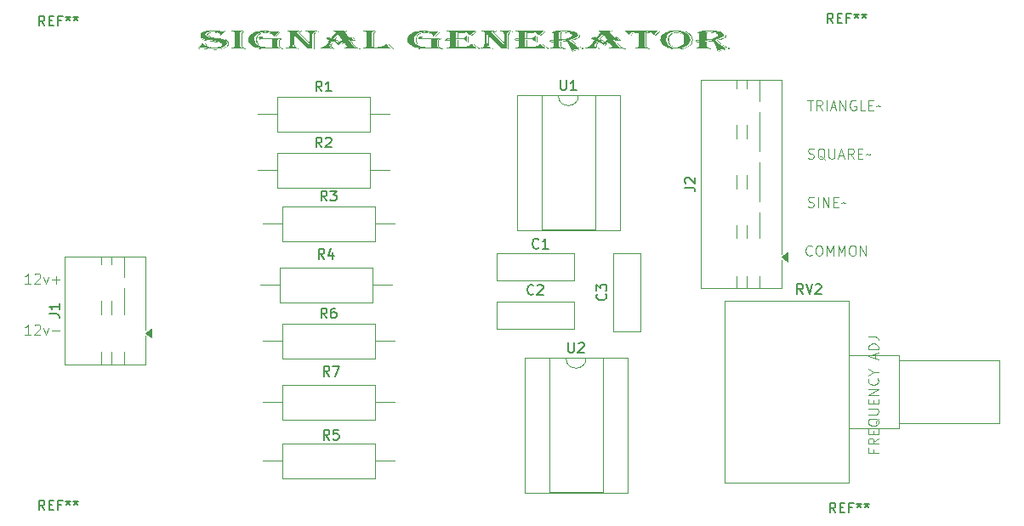
<source format=gbr>
%TF.GenerationSoftware,KiCad,Pcbnew,9.0.5*%
%TF.CreationDate,2026-02-21T14:17:59+05:30*%
%TF.ProjectId,gignal generatoe(sine _ sqaure _ triangle),6769676e-616c-4206-9765-6e657261746f,rev?*%
%TF.SameCoordinates,Original*%
%TF.FileFunction,Legend,Top*%
%TF.FilePolarity,Positive*%
%FSLAX46Y46*%
G04 Gerber Fmt 4.6, Leading zero omitted, Abs format (unit mm)*
G04 Created by KiCad (PCBNEW 9.0.5) date 2026-02-21 14:17:59*
%MOMM*%
%LPD*%
G01*
G04 APERTURE LIST*
%ADD10C,0.200000*%
%ADD11C,0.100000*%
%ADD12C,0.150000*%
%ADD13C,0.120000*%
G04 APERTURE END LIST*
D10*
G36*
X132999662Y-16089556D02*
G01*
X132866685Y-16190904D01*
X132768120Y-16291789D01*
X132545859Y-16543725D01*
X132523144Y-16557281D01*
X132502139Y-16528094D01*
X132376842Y-16361764D01*
X132318008Y-16317660D01*
X132231030Y-16273226D01*
X132057181Y-16213111D01*
X131872083Y-16177869D01*
X131670736Y-16166004D01*
X131483568Y-16175412D01*
X131325166Y-16202238D01*
X131189578Y-16245871D01*
X131082096Y-16304458D01*
X131019432Y-16370382D01*
X130998092Y-16446394D01*
X131022051Y-16525702D01*
X131092778Y-16594214D01*
X131215854Y-16655058D01*
X131405592Y-16708918D01*
X131683193Y-16754018D01*
X132145056Y-16809828D01*
X132476396Y-16863183D01*
X132724968Y-16930222D01*
X132906884Y-17009241D01*
X133033565Y-17100605D01*
X133110716Y-17206728D01*
X133137659Y-17331775D01*
X133116077Y-17440438D01*
X133053039Y-17538077D01*
X132948250Y-17627138D01*
X132797673Y-17709252D01*
X132619460Y-17775576D01*
X132422638Y-17822938D01*
X132203578Y-17851980D01*
X131957478Y-17862026D01*
X131637681Y-17850918D01*
X131258943Y-17814643D01*
X130939473Y-17775442D01*
X130753599Y-17757638D01*
X130621469Y-17752605D01*
X130458190Y-17765612D01*
X130274400Y-17808293D01*
X130245824Y-17783624D01*
X130458230Y-17607378D01*
X130615940Y-17443669D01*
X130725272Y-17290986D01*
X130786822Y-17299535D01*
X130832153Y-17405418D01*
X130904839Y-17494892D01*
X131003523Y-17570555D01*
X131129006Y-17634270D01*
X131330924Y-17698251D01*
X131575993Y-17738321D01*
X131875412Y-17752605D01*
X132112445Y-17742275D01*
X132301350Y-17713735D01*
X132452069Y-17669074D01*
X132570723Y-17606939D01*
X132641103Y-17533298D01*
X132665538Y-17444371D01*
X132647253Y-17367016D01*
X132593441Y-17297585D01*
X132502353Y-17233959D01*
X132368050Y-17174971D01*
X132212978Y-17133419D01*
X131936282Y-17086121D01*
X131486089Y-17033799D01*
X131148035Y-16988373D01*
X130903949Y-16931302D01*
X130733088Y-16865027D01*
X130633757Y-16802626D01*
X130561036Y-16728711D01*
X130515156Y-16641007D01*
X130498859Y-16536520D01*
X130519237Y-16430984D01*
X130578025Y-16338712D01*
X130674469Y-16257010D01*
X130811490Y-16184078D01*
X130974422Y-16126330D01*
X131161088Y-16084272D01*
X131375863Y-16057995D01*
X131624330Y-16048767D01*
X131956006Y-16060957D01*
X132372202Y-16101890D01*
X132558601Y-16121821D01*
X132665293Y-16126925D01*
X132797558Y-16116201D01*
X132957163Y-16079908D01*
X132999662Y-16089556D01*
G37*
G36*
X133167945Y-16150250D02*
G01*
X133139124Y-16174552D01*
X132948127Y-16356879D01*
X132731972Y-16584392D01*
X132714386Y-16596726D01*
X132635740Y-16580240D01*
X132649906Y-16564120D01*
X132879739Y-16325739D01*
X133065607Y-16143045D01*
X133083193Y-16129001D01*
X133167945Y-16150250D01*
G37*
G36*
X132357792Y-16427954D02*
G01*
X132194536Y-16354165D01*
X132034676Y-16305025D01*
X131875711Y-16276850D01*
X131714212Y-16267609D01*
X131582214Y-16274533D01*
X131470662Y-16294303D01*
X131375203Y-16326593D01*
X131300506Y-16369561D01*
X131256318Y-16418806D01*
X131241113Y-16476436D01*
X131266045Y-16536839D01*
X131349393Y-16603602D01*
X131513688Y-16680501D01*
X131542020Y-16689294D01*
X131520527Y-16706391D01*
X131347140Y-16656387D01*
X131234908Y-16600762D01*
X131170680Y-16538907D01*
X131149034Y-16468132D01*
X131166821Y-16399436D01*
X131218178Y-16341532D01*
X131304372Y-16291789D01*
X131415114Y-16254819D01*
X131547974Y-16231889D01*
X131708838Y-16223767D01*
X131934862Y-16236838D01*
X132124051Y-16274203D01*
X132232772Y-16312790D01*
X132320275Y-16360776D01*
X132388322Y-16419284D01*
X132357792Y-16427954D01*
G37*
G36*
X132979878Y-16954908D02*
G01*
X133150706Y-17035683D01*
X133269768Y-17126790D01*
X133341976Y-17230330D01*
X133367003Y-17349727D01*
X133341367Y-17477053D01*
X133266244Y-17592231D01*
X133140888Y-17698073D01*
X132960094Y-17796447D01*
X132746595Y-17876183D01*
X132513488Y-17932823D01*
X132256781Y-17967368D01*
X131971155Y-17979263D01*
X131683304Y-17970829D01*
X131436263Y-17947023D01*
X130999069Y-17890114D01*
X130843673Y-17875036D01*
X130673249Y-17869842D01*
X130523992Y-17879466D01*
X130382355Y-17908554D01*
X130343521Y-17861415D01*
X130495799Y-17832277D01*
X130643207Y-17822947D01*
X130812756Y-17829315D01*
X131019585Y-17850424D01*
X131440171Y-17906845D01*
X131695346Y-17931710D01*
X131968468Y-17940184D01*
X132234538Y-17928846D01*
X132474272Y-17895862D01*
X132692663Y-17841640D01*
X132893416Y-17765062D01*
X133063006Y-17671094D01*
X133180565Y-17570456D01*
X133250943Y-17461422D01*
X133274923Y-17341422D01*
X133256395Y-17239460D01*
X133201789Y-17145104D01*
X133110624Y-17056587D01*
X132979878Y-16972616D01*
X132979878Y-16954908D01*
G37*
G36*
X131048161Y-17353024D02*
G01*
X131122353Y-17470539D01*
X131236273Y-17566155D01*
X131390620Y-17643591D01*
X131590869Y-17704612D01*
X131590869Y-17723174D01*
X131396318Y-17683785D01*
X131240114Y-17629265D01*
X131116339Y-17559099D01*
X131022388Y-17471012D01*
X130959257Y-17361206D01*
X131048161Y-17353024D01*
G37*
G36*
X130689124Y-16905693D02*
G01*
X130799278Y-16936712D01*
X130877034Y-16979782D01*
X131037108Y-17024623D01*
X131322690Y-17070069D01*
X131762572Y-17124901D01*
X132172709Y-17183243D01*
X132362432Y-17222110D01*
X132490925Y-17273807D01*
X132579320Y-17349605D01*
X132548789Y-17358397D01*
X132415113Y-17293990D01*
X132280367Y-17252640D01*
X132104000Y-17220974D01*
X131731797Y-17172162D01*
X131190830Y-17100946D01*
X130936298Y-17052972D01*
X130814876Y-17012717D01*
X130734602Y-16964120D01*
X130689124Y-16905693D01*
G37*
G36*
X133504267Y-16072214D02*
G01*
X134838810Y-16072214D01*
X134461455Y-16263334D01*
X134461455Y-17687148D01*
X134819271Y-17838579D01*
X133503290Y-17838579D01*
X133896766Y-17674814D01*
X133896766Y-16248314D01*
X133504267Y-16072214D01*
G37*
G36*
X134953605Y-16154158D02*
G01*
X134671993Y-16293376D01*
X134671993Y-17689713D01*
X135140695Y-17948000D01*
X133699418Y-17948000D01*
X133613933Y-17908921D01*
X134944323Y-17908921D01*
X134579913Y-17706443D01*
X134579913Y-16277867D01*
X134896940Y-16120819D01*
X134953605Y-16154158D01*
G37*
G36*
X138344916Y-16114835D02*
G01*
X137811002Y-16639346D01*
X137752952Y-16492885D01*
X137661365Y-16382874D01*
X137541113Y-16301558D01*
X137383384Y-16240125D01*
X137194742Y-16202640D01*
X136966166Y-16189451D01*
X136719966Y-16202416D01*
X136510339Y-16239555D01*
X136329460Y-16300408D01*
X136172621Y-16387410D01*
X136055978Y-16488167D01*
X135967288Y-16611283D01*
X135909797Y-16761149D01*
X135889055Y-16942940D01*
X135914818Y-17149648D01*
X135985237Y-17313999D01*
X136092466Y-17443750D01*
X136232366Y-17545286D01*
X136404894Y-17623260D01*
X136614113Y-17680201D01*
X136867751Y-17716256D01*
X137176459Y-17729158D01*
X137608524Y-17729158D01*
X137608524Y-17025739D01*
X136927819Y-17025739D01*
X136718894Y-17022526D01*
X136604686Y-17015114D01*
X136509326Y-16998467D01*
X136411734Y-16967731D01*
X136411734Y-16925721D01*
X136522114Y-16958741D01*
X136618364Y-16975791D01*
X136730948Y-16983378D01*
X136935879Y-16986660D01*
X137608524Y-16986660D01*
X137608524Y-16924133D01*
X136856745Y-16924133D01*
X136733646Y-16924133D01*
X136535080Y-16912020D01*
X136413299Y-16881283D01*
X136343762Y-16834758D01*
X136318922Y-16767452D01*
X136336859Y-16710483D01*
X136389264Y-16663038D01*
X136468238Y-16629900D01*
X136559013Y-16619318D01*
X136628030Y-16626256D01*
X136688706Y-16647528D01*
X136730559Y-16678348D01*
X136744393Y-16714207D01*
X136732224Y-16754420D01*
X136700966Y-16778112D01*
X136650848Y-16790411D01*
X136585147Y-16797494D01*
X136558524Y-16807996D01*
X136572883Y-16817600D01*
X136640834Y-16822528D01*
X136733646Y-16822528D01*
X138556675Y-16822528D01*
X138167840Y-17007420D01*
X138167840Y-17675180D01*
X138530053Y-17838579D01*
X137113688Y-17838579D01*
X136837694Y-17838579D01*
X136505722Y-17826861D01*
X136261036Y-17795836D01*
X136039609Y-17739197D01*
X135799418Y-17644284D01*
X135602964Y-17537513D01*
X135450655Y-17418373D01*
X135340122Y-17285131D01*
X135271549Y-17135326D01*
X135247673Y-16965899D01*
X135270916Y-16789198D01*
X135337102Y-16635475D01*
X135442630Y-16501258D01*
X135586298Y-16383692D01*
X135769376Y-16280676D01*
X136010314Y-16185274D01*
X136267986Y-16118421D01*
X136546468Y-16078143D01*
X136851371Y-16064399D01*
X137139160Y-16075990D01*
X137492997Y-16114591D01*
X137831463Y-16156595D01*
X137977087Y-16166004D01*
X138147858Y-16154075D01*
X138344916Y-16114835D01*
G37*
G36*
X138501232Y-16215951D02*
G01*
X138027157Y-16683066D01*
X137947045Y-16664748D01*
X138424540Y-16195923D01*
X138501232Y-16215951D01*
G37*
G36*
X137624156Y-16425145D02*
G01*
X137562362Y-16401210D01*
X137346900Y-16331602D01*
X137161572Y-16294559D01*
X136998894Y-16283240D01*
X136802359Y-16295567D01*
X136626723Y-16331902D01*
X136466200Y-16393760D01*
X136370367Y-16452271D01*
X136292006Y-16523222D01*
X136231727Y-16608694D01*
X136179951Y-16752364D01*
X136159676Y-16960159D01*
X136174350Y-17146549D01*
X136212927Y-17284722D01*
X136268364Y-17384531D01*
X136358081Y-17476575D01*
X136490151Y-17564872D01*
X136670632Y-17650267D01*
X136670632Y-17674081D01*
X136469413Y-17599206D01*
X136313717Y-17509199D01*
X136199243Y-17402239D01*
X136126551Y-17284548D01*
X136077522Y-17131031D01*
X136059292Y-16933659D01*
X136077283Y-16767484D01*
X136127109Y-16630441D01*
X136203803Y-16517899D01*
X136304267Y-16425878D01*
X136441092Y-16345503D01*
X136598402Y-16289750D01*
X136780144Y-16255933D01*
X136993277Y-16244161D01*
X137178241Y-16254445D01*
X137342031Y-16284452D01*
X137489687Y-16334639D01*
X137624156Y-16407682D01*
X137624156Y-16425145D01*
G37*
G36*
X138664875Y-16898610D02*
G01*
X138381064Y-17040637D01*
X138381064Y-17679699D01*
X138844149Y-17948122D01*
X137742125Y-17940184D01*
X136758315Y-17948000D01*
X136615433Y-17945313D01*
X136443960Y-17921378D01*
X136245893Y-17862026D01*
X136328692Y-17862026D01*
X136456306Y-17886521D01*
X136621923Y-17902868D01*
X136834519Y-17908921D01*
X136971050Y-17901105D01*
X138656326Y-17901105D01*
X138288985Y-17697651D01*
X138288985Y-17023785D01*
X138611874Y-16860630D01*
X138664875Y-16898610D01*
G37*
G36*
X142200534Y-16072214D02*
G01*
X141977026Y-16136362D01*
X141843600Y-16186579D01*
X141773109Y-16225721D01*
X141703425Y-16297734D01*
X141655862Y-16398281D01*
X141637799Y-16535909D01*
X141637799Y-16624570D01*
X141637799Y-17838579D01*
X141163235Y-17838579D01*
X139886333Y-16593062D01*
X139886333Y-17322127D01*
X139883402Y-17383799D01*
X139916375Y-17581269D01*
X139970095Y-17666586D01*
X140051987Y-17732315D01*
X140162083Y-17782159D01*
X140213374Y-17804629D01*
X140071574Y-17768856D01*
X139959317Y-17714250D01*
X139873251Y-17637366D01*
X139815642Y-17531910D01*
X139794009Y-17389416D01*
X139796696Y-17260212D01*
X139796696Y-16510997D01*
X139664805Y-16382891D01*
X139664805Y-17155798D01*
X139680023Y-17412165D01*
X139716414Y-17564954D01*
X139762258Y-17647214D01*
X139848600Y-17713149D01*
X139995073Y-17769580D01*
X140221434Y-17816108D01*
X140473249Y-17948000D01*
X138969690Y-17948000D01*
X138915224Y-17908921D01*
X140281518Y-17908921D01*
X140153779Y-17838579D01*
X138883716Y-17834671D01*
X139091567Y-17784004D01*
X139231761Y-17729174D01*
X139319690Y-17670418D01*
X139373182Y-17600106D01*
X139412325Y-17489355D01*
X139427889Y-17323471D01*
X139427889Y-16229385D01*
X139050778Y-16072214D01*
X140480576Y-16072214D01*
X140076842Y-16207159D01*
X141381588Y-17483083D01*
X141381588Y-17335316D01*
X140245370Y-16226210D01*
X140639090Y-16092975D01*
X140702104Y-16124482D01*
X140361141Y-16239765D01*
X141381588Y-17243847D01*
X141381588Y-16619196D01*
X141381588Y-16546900D01*
X141369841Y-16386129D01*
X141341377Y-16287340D01*
X141304651Y-16231583D01*
X141238476Y-16185681D01*
X141110268Y-16133069D01*
X140893591Y-16072214D01*
X142200534Y-16072214D01*
G37*
G36*
X142279180Y-16171866D02*
G01*
X142219585Y-16221447D01*
X142086734Y-16244150D01*
X141995260Y-16274171D01*
X141935531Y-16310962D01*
X141883997Y-16388078D01*
X141861769Y-16531879D01*
X141861769Y-17948000D01*
X141261909Y-17948000D01*
X141217457Y-17908921D01*
X141772376Y-17908921D01*
X141772376Y-16545557D01*
X141786904Y-16415658D01*
X141823431Y-16329503D01*
X141873737Y-16275058D01*
X141954316Y-16232882D01*
X142083564Y-16197910D01*
X142279180Y-16171866D01*
G37*
G36*
X144666410Y-16237933D02*
G01*
X145109711Y-16827291D01*
X145204965Y-16800791D01*
X144801232Y-16263579D01*
X145097743Y-16093219D01*
X145183960Y-16111538D01*
X144904058Y-16273471D01*
X145281169Y-16775756D01*
X145310478Y-16763910D01*
X145401092Y-16725442D01*
X145513933Y-16673052D01*
X145609790Y-16830301D01*
X145742788Y-16966510D01*
X145613584Y-16963212D01*
X145377089Y-16974625D01*
X145243311Y-17002047D01*
X145734972Y-17672738D01*
X146160932Y-17838579D01*
X144737240Y-17838579D01*
X145126319Y-17673959D01*
X144829320Y-17281094D01*
X144562392Y-17431579D01*
X144374051Y-17568446D01*
X144295649Y-17558188D01*
X144489600Y-17418998D01*
X144782669Y-17252274D01*
X144801232Y-17240428D01*
X144755558Y-17186817D01*
X144556732Y-17280270D01*
X144378573Y-17385729D01*
X144220422Y-17504088D01*
X144164491Y-17458781D01*
X143801546Y-17199395D01*
X143782251Y-17187794D01*
X143659914Y-17343252D01*
X143596259Y-17465433D01*
X143577575Y-17560875D01*
X143593095Y-17642047D01*
X143635705Y-17705222D01*
X143718628Y-17772369D01*
X143917561Y-17903303D01*
X143987659Y-17948000D01*
X142492404Y-17948000D01*
X142424016Y-17908921D01*
X143815712Y-17908921D01*
X143779564Y-17886328D01*
X143618965Y-17779870D01*
X143542160Y-17713771D01*
X143500402Y-17648204D01*
X143485496Y-17568080D01*
X143504509Y-17474625D01*
X143573001Y-17339508D01*
X143711176Y-17149814D01*
X143602488Y-17092783D01*
X143517003Y-17216126D01*
X143426877Y-17356321D01*
X143369712Y-17464464D01*
X143353605Y-17541946D01*
X143367372Y-17613892D01*
X143404651Y-17668097D01*
X143474353Y-17721029D01*
X143622027Y-17805850D01*
X143683332Y-17838579D01*
X142267212Y-17838579D01*
X142530214Y-17757030D01*
X142743106Y-17663897D01*
X142911769Y-17558799D01*
X143047291Y-17439879D01*
X143197452Y-17268087D01*
X143362642Y-17029646D01*
X143372411Y-17012794D01*
X143272748Y-16980467D01*
X143135337Y-16955365D01*
X142949627Y-16939277D01*
X142961057Y-16929385D01*
X143718259Y-16929385D01*
X143912470Y-17036571D01*
X144073632Y-17139678D01*
X144198929Y-17227483D01*
X144220911Y-17241893D01*
X144240939Y-17230658D01*
X144279529Y-17206967D01*
X144305907Y-17191213D01*
X144101494Y-17052085D01*
X143861385Y-16924622D01*
X143872093Y-16910456D01*
X143974958Y-16910456D01*
X143999871Y-16925599D01*
X144111246Y-16988369D01*
X144341567Y-17142487D01*
X144362816Y-17158729D01*
X144482750Y-17089835D01*
X144631727Y-17017312D01*
X144266584Y-16525163D01*
X143974958Y-16910456D01*
X143872093Y-16910456D01*
X144211874Y-16460927D01*
X144143486Y-16367016D01*
X143718259Y-16929385D01*
X142961057Y-16929385D01*
X143089339Y-16818361D01*
X143191916Y-16694057D01*
X143247359Y-16720191D01*
X143370213Y-16777832D01*
X143511630Y-16836328D01*
X143555105Y-16783205D01*
X143526528Y-16771237D01*
X143297184Y-16674151D01*
X143266654Y-16662183D01*
X143319166Y-16626035D01*
X143596626Y-16735334D01*
X143962502Y-16232438D01*
X143663793Y-16072214D01*
X144958769Y-16072214D01*
X144666410Y-16237933D01*
G37*
G36*
X145757198Y-16745226D02*
G01*
X145851423Y-16879673D01*
X146065677Y-17093272D01*
X145981902Y-17086555D01*
X145760129Y-17073854D01*
X145542753Y-17064817D01*
X145498057Y-17070923D01*
X145950883Y-17676401D01*
X146574435Y-17948000D01*
X144967806Y-17948000D01*
X144903081Y-17908921D01*
X146349976Y-17908921D01*
X145872237Y-17696185D01*
X145382041Y-17042836D01*
X145487123Y-17030145D01*
X145605524Y-17025739D01*
X145918887Y-17040027D01*
X145893730Y-17016824D01*
X145742174Y-16854491D01*
X145653884Y-16713474D01*
X145757198Y-16745226D01*
G37*
G36*
X146627436Y-16072214D02*
G01*
X147972725Y-16072214D01*
X147576075Y-16264800D01*
X147576075Y-17719632D01*
X147590485Y-17719632D01*
X147689404Y-17721342D01*
X147705279Y-17722930D01*
X147705279Y-16275180D01*
X148009362Y-16121674D01*
X148056501Y-16158432D01*
X147789299Y-16294720D01*
X147789299Y-17724151D01*
X148016445Y-17729158D01*
X148298371Y-17716935D01*
X148510290Y-17684012D01*
X148668329Y-17633781D01*
X148790205Y-17562316D01*
X148892565Y-17455833D01*
X148970213Y-17303198D01*
X149172687Y-17562468D01*
X149355213Y-17733350D01*
X149518538Y-17838579D01*
X146626214Y-17838579D01*
X147016759Y-17672494D01*
X147016759Y-16251122D01*
X146627436Y-16072214D01*
G37*
G36*
X149777191Y-17825512D02*
G01*
X149649452Y-17948000D01*
X146789369Y-17948000D01*
X146703884Y-17908921D01*
X149609641Y-17908921D01*
X149685112Y-17826611D01*
X149500102Y-17699322D01*
X149340475Y-17561734D01*
X149205907Y-17412986D01*
X149189055Y-17389905D01*
X149295545Y-17409933D01*
X149315817Y-17434845D01*
X149517497Y-17631264D01*
X149752034Y-17809880D01*
X149777191Y-17825512D01*
G37*
G36*
X154218748Y-16114835D02*
G01*
X153684833Y-16639346D01*
X153626783Y-16492885D01*
X153535196Y-16382874D01*
X153414944Y-16301558D01*
X153257215Y-16240125D01*
X153068573Y-16202640D01*
X152839997Y-16189451D01*
X152593797Y-16202416D01*
X152384170Y-16239555D01*
X152203291Y-16300408D01*
X152046452Y-16387410D01*
X151929809Y-16488167D01*
X151841119Y-16611283D01*
X151783628Y-16761149D01*
X151762886Y-16942940D01*
X151788649Y-17149648D01*
X151859069Y-17313999D01*
X151966298Y-17443750D01*
X152106197Y-17545286D01*
X152278725Y-17623260D01*
X152487945Y-17680201D01*
X152741582Y-17716256D01*
X153050290Y-17729158D01*
X153482355Y-17729158D01*
X153482355Y-17025739D01*
X152801651Y-17025739D01*
X152592725Y-17022526D01*
X152478517Y-17015114D01*
X152383157Y-16998467D01*
X152285565Y-16967731D01*
X152285565Y-16925721D01*
X152395945Y-16958741D01*
X152492195Y-16975791D01*
X152604779Y-16983378D01*
X152809711Y-16986660D01*
X153482355Y-16986660D01*
X153482355Y-16924133D01*
X152730576Y-16924133D01*
X152607478Y-16924133D01*
X152408911Y-16912020D01*
X152287130Y-16881283D01*
X152217593Y-16834758D01*
X152192753Y-16767452D01*
X152210690Y-16710483D01*
X152263095Y-16663038D01*
X152342069Y-16629900D01*
X152432844Y-16619318D01*
X152501861Y-16626256D01*
X152562537Y-16647528D01*
X152604390Y-16678348D01*
X152618224Y-16714207D01*
X152606055Y-16754420D01*
X152574798Y-16778112D01*
X152524679Y-16790411D01*
X152458978Y-16797494D01*
X152432355Y-16807996D01*
X152446715Y-16817600D01*
X152514665Y-16822528D01*
X152607478Y-16822528D01*
X154430506Y-16822528D01*
X154041672Y-17007420D01*
X154041672Y-17675180D01*
X154403884Y-17838579D01*
X152987519Y-17838579D01*
X152711525Y-17838579D01*
X152379553Y-17826861D01*
X152134868Y-17795836D01*
X151913440Y-17739197D01*
X151673249Y-17644284D01*
X151476795Y-17537513D01*
X151324486Y-17418373D01*
X151213953Y-17285131D01*
X151145380Y-17135326D01*
X151121504Y-16965899D01*
X151144747Y-16789198D01*
X151210934Y-16635475D01*
X151316461Y-16501258D01*
X151460129Y-16383692D01*
X151643207Y-16280676D01*
X151884145Y-16185274D01*
X152141817Y-16118421D01*
X152420299Y-16078143D01*
X152725203Y-16064399D01*
X153012991Y-16075990D01*
X153366829Y-16114591D01*
X153705294Y-16156595D01*
X153850918Y-16166004D01*
X154021689Y-16154075D01*
X154218748Y-16114835D01*
G37*
G36*
X154375063Y-16215951D02*
G01*
X153900988Y-16683066D01*
X153820876Y-16664748D01*
X154298371Y-16195923D01*
X154375063Y-16215951D01*
G37*
G36*
X153497987Y-16425145D02*
G01*
X153436193Y-16401210D01*
X153220731Y-16331602D01*
X153035404Y-16294559D01*
X152872725Y-16283240D01*
X152676190Y-16295567D01*
X152500554Y-16331902D01*
X152340032Y-16393760D01*
X152244198Y-16452271D01*
X152165838Y-16523222D01*
X152105558Y-16608694D01*
X152053782Y-16752364D01*
X152033507Y-16960159D01*
X152048181Y-17146549D01*
X152086758Y-17284722D01*
X152142195Y-17384531D01*
X152231912Y-17476575D01*
X152363983Y-17564872D01*
X152544463Y-17650267D01*
X152544463Y-17674081D01*
X152343244Y-17599206D01*
X152187548Y-17509199D01*
X152073074Y-17402239D01*
X152000382Y-17284548D01*
X151951353Y-17131031D01*
X151933123Y-16933659D01*
X151951115Y-16767484D01*
X152000941Y-16630441D01*
X152077634Y-16517899D01*
X152178099Y-16425878D01*
X152314923Y-16345503D01*
X152472233Y-16289750D01*
X152653975Y-16255933D01*
X152867108Y-16244161D01*
X153052073Y-16254445D01*
X153215862Y-16284452D01*
X153363518Y-16334639D01*
X153497987Y-16407682D01*
X153497987Y-16425145D01*
G37*
G36*
X154538706Y-16898610D02*
G01*
X154254896Y-17040637D01*
X154254896Y-17679699D01*
X154717980Y-17948122D01*
X153615956Y-17940184D01*
X152632146Y-17948000D01*
X152489264Y-17945313D01*
X152317791Y-17921378D01*
X152119725Y-17862026D01*
X152202523Y-17862026D01*
X152330138Y-17886521D01*
X152495754Y-17902868D01*
X152708350Y-17908921D01*
X152844882Y-17901105D01*
X154530157Y-17901105D01*
X154162816Y-17697651D01*
X154162816Y-17023785D01*
X154485705Y-16860630D01*
X154538706Y-16898610D01*
G37*
G36*
X157903151Y-16072214D02*
G01*
X157848685Y-16104577D01*
X157678119Y-16223037D01*
X157528675Y-16356416D01*
X157400743Y-16506234D01*
X157351895Y-16451524D01*
X157238434Y-16348022D01*
X157132304Y-16282122D01*
X157032425Y-16244039D01*
X156912988Y-16221132D01*
X156718295Y-16204111D01*
X156419131Y-16197267D01*
X155935042Y-16203861D01*
X155935042Y-16822528D01*
X156094288Y-16822528D01*
X156094288Y-16267975D01*
X156498266Y-16259793D01*
X156823219Y-16270610D01*
X157012642Y-16296429D01*
X157113158Y-16327012D01*
X157218248Y-16378150D01*
X157329424Y-16455676D01*
X157241741Y-16422214D01*
X157032575Y-16344092D01*
X156924470Y-16315602D01*
X156803768Y-16304207D01*
X156539055Y-16298872D01*
X156228378Y-16309374D01*
X156178064Y-16311695D01*
X156178064Y-16822528D01*
X156669236Y-16822528D01*
X157033402Y-16570103D01*
X157033402Y-17178146D01*
X156669236Y-16947581D01*
X155935042Y-16947581D01*
X155935042Y-17705711D01*
X156094288Y-17705711D01*
X156094288Y-17002291D01*
X156697812Y-17002291D01*
X156786717Y-17041370D01*
X156178064Y-17041370D01*
X156178064Y-17705711D01*
X156686898Y-17693680D01*
X156959397Y-17666143D01*
X157102364Y-17631671D01*
X157223281Y-17580587D01*
X157324784Y-17510683D01*
X157469620Y-17385508D01*
X157512118Y-17346429D01*
X157600332Y-17496998D01*
X157692125Y-17597389D01*
X157821952Y-17689216D01*
X158052628Y-17815131D01*
X154947812Y-17815131D01*
X155378168Y-17649779D01*
X155378168Y-17041859D01*
X155166824Y-17066504D01*
X154968573Y-17114399D01*
X154921678Y-17079106D01*
X155114359Y-17031571D01*
X155378168Y-17002780D01*
X155378168Y-16947581D01*
X155320527Y-16947581D01*
X155143345Y-16958354D01*
X154970406Y-16991178D01*
X154797603Y-17048575D01*
X154867771Y-16963683D01*
X154959059Y-16901851D01*
X155071400Y-16858641D01*
X155208684Y-16831994D01*
X155378168Y-16822528D01*
X155378168Y-16246604D01*
X154948789Y-16072214D01*
X157903151Y-16072214D01*
G37*
G36*
X158026982Y-16167347D02*
G01*
X158004512Y-16181757D01*
X157791346Y-16334586D01*
X157646132Y-16459404D01*
X157555349Y-16560700D01*
X157497464Y-16524919D01*
X157633387Y-16386476D01*
X157793943Y-16255742D01*
X157979843Y-16132176D01*
X158026982Y-16167347D01*
G37*
G36*
X157221958Y-16623715D02*
G01*
X157221958Y-17237863D01*
X157137938Y-17215882D01*
X157137938Y-16601733D01*
X157221958Y-16623715D01*
G37*
G36*
X158355000Y-17825390D02*
G01*
X158207722Y-17948000D01*
X155215258Y-17948000D01*
X155160792Y-17908921D01*
X158163025Y-17908921D01*
X158250953Y-17826855D01*
X158010256Y-17698577D01*
X157825876Y-17566033D01*
X157692369Y-17428251D01*
X157799348Y-17448401D01*
X157916514Y-17561167D01*
X158083202Y-17678427D01*
X158307129Y-17801210D01*
X158355000Y-17825390D01*
G37*
G36*
X161552383Y-16072214D02*
G01*
X161328876Y-16136362D01*
X161195449Y-16186579D01*
X161124958Y-16225721D01*
X161055274Y-16297734D01*
X161007711Y-16398281D01*
X160989648Y-16535909D01*
X160989648Y-16624570D01*
X160989648Y-17838579D01*
X160515084Y-17838579D01*
X159238182Y-16593062D01*
X159238182Y-17322127D01*
X159235251Y-17383799D01*
X159268224Y-17581269D01*
X159321945Y-17666586D01*
X159403837Y-17732315D01*
X159513933Y-17782159D01*
X159565224Y-17804629D01*
X159423423Y-17768856D01*
X159311166Y-17714250D01*
X159225100Y-17637366D01*
X159167491Y-17531910D01*
X159145859Y-17389416D01*
X159148545Y-17260212D01*
X159148545Y-16510997D01*
X159016654Y-16382891D01*
X159016654Y-17155798D01*
X159031873Y-17412165D01*
X159068263Y-17564954D01*
X159114107Y-17647214D01*
X159200449Y-17713149D01*
X159346923Y-17769580D01*
X159573284Y-17816108D01*
X159825098Y-17948000D01*
X158321539Y-17948000D01*
X158267073Y-17908921D01*
X159633367Y-17908921D01*
X159505628Y-17838579D01*
X158235565Y-17834671D01*
X158443417Y-17784004D01*
X158583611Y-17729174D01*
X158671539Y-17670418D01*
X158725031Y-17600106D01*
X158764175Y-17489355D01*
X158779739Y-17323471D01*
X158779739Y-16229385D01*
X158402628Y-16072214D01*
X159832425Y-16072214D01*
X159428692Y-16207159D01*
X160733437Y-17483083D01*
X160733437Y-17335316D01*
X159597219Y-16226210D01*
X159990939Y-16092975D01*
X160053953Y-16124482D01*
X159712990Y-16239765D01*
X160733437Y-17243847D01*
X160733437Y-16619196D01*
X160733437Y-16546900D01*
X160721690Y-16386129D01*
X160693226Y-16287340D01*
X160656501Y-16231583D01*
X160590326Y-16185681D01*
X160462117Y-16133069D01*
X160245440Y-16072214D01*
X161552383Y-16072214D01*
G37*
G36*
X161631030Y-16171866D02*
G01*
X161571434Y-16221447D01*
X161438583Y-16244150D01*
X161347110Y-16274171D01*
X161287380Y-16310962D01*
X161235847Y-16388078D01*
X161213618Y-16531879D01*
X161213618Y-17948000D01*
X160613758Y-17948000D01*
X160569306Y-17908921D01*
X161124226Y-17908921D01*
X161124226Y-16545557D01*
X161138753Y-16415658D01*
X161175280Y-16329503D01*
X161225586Y-16275058D01*
X161306166Y-16232882D01*
X161435413Y-16197910D01*
X161631030Y-16171866D01*
G37*
G36*
X164741951Y-16072214D02*
G01*
X164687484Y-16104577D01*
X164516918Y-16223037D01*
X164367475Y-16356416D01*
X164239543Y-16506234D01*
X164190695Y-16451524D01*
X164077234Y-16348022D01*
X163971104Y-16282122D01*
X163871225Y-16244039D01*
X163751788Y-16221132D01*
X163557094Y-16204111D01*
X163257931Y-16197267D01*
X162773842Y-16203861D01*
X162773842Y-16822528D01*
X162933088Y-16822528D01*
X162933088Y-16267975D01*
X163337066Y-16259793D01*
X163662019Y-16270610D01*
X163851441Y-16296429D01*
X163951958Y-16327012D01*
X164057048Y-16378150D01*
X164168224Y-16455676D01*
X164080541Y-16422214D01*
X163871375Y-16344092D01*
X163763270Y-16315602D01*
X163642568Y-16304207D01*
X163377854Y-16298872D01*
X163067177Y-16309374D01*
X163016863Y-16311695D01*
X163016863Y-16822528D01*
X163508036Y-16822528D01*
X163872202Y-16570103D01*
X163872202Y-17178146D01*
X163508036Y-16947581D01*
X162773842Y-16947581D01*
X162773842Y-17705711D01*
X162933088Y-17705711D01*
X162933088Y-17002291D01*
X163536612Y-17002291D01*
X163625517Y-17041370D01*
X163016863Y-17041370D01*
X163016863Y-17705711D01*
X163525697Y-17693680D01*
X163798196Y-17666143D01*
X163941164Y-17631671D01*
X164062081Y-17580587D01*
X164163584Y-17510683D01*
X164308420Y-17385508D01*
X164350918Y-17346429D01*
X164439132Y-17496998D01*
X164530925Y-17597389D01*
X164660752Y-17689216D01*
X164891427Y-17815131D01*
X161786612Y-17815131D01*
X162216968Y-17649779D01*
X162216968Y-17041859D01*
X162005624Y-17066504D01*
X161807373Y-17114399D01*
X161760478Y-17079106D01*
X161953159Y-17031571D01*
X162216968Y-17002780D01*
X162216968Y-16947581D01*
X162159327Y-16947581D01*
X161982145Y-16958354D01*
X161809205Y-16991178D01*
X161636403Y-17048575D01*
X161706571Y-16963683D01*
X161797859Y-16901851D01*
X161910200Y-16858641D01*
X162047484Y-16831994D01*
X162216968Y-16822528D01*
X162216968Y-16246604D01*
X161787589Y-16072214D01*
X164741951Y-16072214D01*
G37*
G36*
X164865782Y-16167347D02*
G01*
X164843311Y-16181757D01*
X164630145Y-16334586D01*
X164484932Y-16459404D01*
X164394149Y-16560700D01*
X164336263Y-16524919D01*
X164472186Y-16386476D01*
X164632743Y-16255742D01*
X164818643Y-16132176D01*
X164865782Y-16167347D01*
G37*
G36*
X164060757Y-16623715D02*
G01*
X164060757Y-17237863D01*
X163976738Y-17215882D01*
X163976738Y-16601733D01*
X164060757Y-16623715D01*
G37*
G36*
X165193800Y-17825390D02*
G01*
X165046521Y-17948000D01*
X162054058Y-17948000D01*
X161999592Y-17908921D01*
X165001825Y-17908921D01*
X165089752Y-17826855D01*
X164849056Y-17698577D01*
X164664676Y-17566033D01*
X164531169Y-17428251D01*
X164638147Y-17448401D01*
X164755313Y-17561167D01*
X164922002Y-17678427D01*
X165145928Y-17801210D01*
X165193800Y-17825390D01*
G37*
G36*
X168163837Y-16294365D02*
G01*
X168251383Y-16368758D01*
X168304625Y-16452312D01*
X168323039Y-16547389D01*
X168302444Y-16645202D01*
X168241988Y-16733647D01*
X168140612Y-16815043D01*
X167993327Y-16890860D01*
X167791642Y-16961585D01*
X167524121Y-17026715D01*
X167662109Y-17206080D01*
X167861798Y-17388154D01*
X168130087Y-17574308D01*
X168323359Y-17680149D01*
X168556598Y-17782391D01*
X168834240Y-17881077D01*
X168414785Y-17948271D01*
X168018928Y-18033989D01*
X167644533Y-18138387D01*
X167615224Y-18148157D01*
X167547812Y-18120923D01*
X167911419Y-18013916D01*
X168279752Y-17929746D01*
X168654477Y-17867277D01*
X168372164Y-17757429D01*
X168108522Y-17621845D01*
X167862815Y-17457673D01*
X167635440Y-17261320D01*
X167427889Y-17028547D01*
X167408838Y-17001558D01*
X167691210Y-16936938D01*
X167903137Y-16866242D01*
X168057239Y-16790150D01*
X168162951Y-16708250D01*
X168225884Y-16619033D01*
X168247324Y-16520034D01*
X168226876Y-16434158D01*
X168160857Y-16337681D01*
X168039229Y-16227553D01*
X168163837Y-16294365D01*
G37*
G36*
X167055112Y-16057542D02*
G01*
X167308968Y-16082474D01*
X167530112Y-16122042D01*
X167723179Y-16175529D01*
X167895084Y-16246483D01*
X168010679Y-16322844D01*
X168078526Y-16405973D01*
X168101511Y-16498540D01*
X168074472Y-16600347D01*
X167993614Y-16693894D01*
X167853605Y-16782106D01*
X167676028Y-16854367D01*
X167456012Y-16913672D01*
X167185845Y-16959304D01*
X167322868Y-17127368D01*
X167491816Y-17295144D01*
X167694358Y-17463055D01*
X167923424Y-17623051D01*
X168142710Y-17749115D01*
X168353081Y-17846028D01*
X168298371Y-17854943D01*
X167900057Y-17937036D01*
X167502383Y-18049238D01*
X167451337Y-18066091D01*
X167435705Y-18016265D01*
X167296063Y-17664721D01*
X167131831Y-17367773D01*
X166947219Y-17118795D01*
X166939404Y-17108903D01*
X166738860Y-17145178D01*
X166439194Y-17177658D01*
X166423807Y-17178512D01*
X166423807Y-17687392D01*
X166914979Y-17948000D01*
X165480053Y-17948000D01*
X165425586Y-17908921D01*
X166723493Y-17908921D01*
X166337101Y-17700215D01*
X166337101Y-17141387D01*
X166401337Y-17136747D01*
X166696423Y-17112168D01*
X166913514Y-17076785D01*
X166897882Y-17059444D01*
X166870527Y-17019632D01*
X166859780Y-17006688D01*
X166657398Y-17028492D01*
X166225970Y-17059444D01*
X166202523Y-17061520D01*
X166202523Y-17669441D01*
X166524679Y-17838579D01*
X165278552Y-17838579D01*
X165645893Y-17669318D01*
X165645893Y-17213806D01*
X165632949Y-17214660D01*
X165347673Y-17254228D01*
X165318852Y-17259723D01*
X165288078Y-17225041D01*
X165485182Y-17191946D01*
X165630018Y-17173994D01*
X165645893Y-17172040D01*
X165645893Y-17107560D01*
X165484617Y-17115296D01*
X165254372Y-17142975D01*
X165212362Y-17150669D01*
X165269271Y-17054071D01*
X165307373Y-16992399D01*
X165317387Y-16977256D01*
X165514247Y-16978844D01*
X165643207Y-16977501D01*
X165643207Y-16310229D01*
X165388706Y-16247581D01*
X165351337Y-16240620D01*
X165486886Y-16206914D01*
X166202523Y-16206914D01*
X166202523Y-16937567D01*
X166337101Y-16931461D01*
X166337101Y-16258816D01*
X166501557Y-16242349D01*
X166705663Y-16236346D01*
X166967339Y-16250003D01*
X167171839Y-16287750D01*
X167332121Y-16347597D01*
X167455733Y-16431496D01*
X167228726Y-16348012D01*
X167071783Y-16306199D01*
X166911087Y-16283636D01*
X166708350Y-16275424D01*
X166548922Y-16279872D01*
X166423807Y-16291911D01*
X166423807Y-16929995D01*
X166444568Y-16928163D01*
X166797642Y-16885246D01*
X167055938Y-16833262D01*
X167239578Y-16774657D01*
X167384201Y-16697375D01*
X167469239Y-16608171D01*
X167498475Y-16502937D01*
X167472419Y-16408731D01*
X167396173Y-16327529D01*
X167265956Y-16255885D01*
X167101330Y-16202571D01*
X166907953Y-16169730D01*
X166678308Y-16158188D01*
X166408313Y-16171275D01*
X166202523Y-16206914D01*
X165486886Y-16206914D01*
X165691389Y-16156062D01*
X166038188Y-16096443D01*
X166394395Y-16060751D01*
X166763060Y-16048767D01*
X167055112Y-16057542D01*
G37*
G36*
X171052453Y-16237933D02*
G01*
X171495754Y-16827291D01*
X171591009Y-16800791D01*
X171187275Y-16263579D01*
X171483786Y-16093219D01*
X171570004Y-16111538D01*
X171290101Y-16273471D01*
X171667212Y-16775756D01*
X171696521Y-16763910D01*
X171787136Y-16725442D01*
X171899976Y-16673052D01*
X171995833Y-16830301D01*
X172128831Y-16966510D01*
X171999627Y-16963212D01*
X171763133Y-16974625D01*
X171629355Y-17002047D01*
X172121016Y-17672738D01*
X172546975Y-17838579D01*
X171123284Y-17838579D01*
X171512362Y-17673959D01*
X171215363Y-17281094D01*
X170948435Y-17431579D01*
X170760094Y-17568446D01*
X170681692Y-17558188D01*
X170875643Y-17418998D01*
X171168713Y-17252274D01*
X171187275Y-17240428D01*
X171141602Y-17186817D01*
X170942775Y-17280270D01*
X170764617Y-17385729D01*
X170606466Y-17504088D01*
X170550534Y-17458781D01*
X170187589Y-17199395D01*
X170168294Y-17187794D01*
X170045957Y-17343252D01*
X169982302Y-17465433D01*
X169963618Y-17560875D01*
X169979138Y-17642047D01*
X170021748Y-17705222D01*
X170104672Y-17772369D01*
X170303605Y-17903303D01*
X170373702Y-17948000D01*
X168878448Y-17948000D01*
X168810060Y-17908921D01*
X170201755Y-17908921D01*
X170165607Y-17886328D01*
X170005008Y-17779870D01*
X169928203Y-17713771D01*
X169886445Y-17648204D01*
X169871539Y-17568080D01*
X169890552Y-17474625D01*
X169959044Y-17339508D01*
X170097219Y-17149814D01*
X169988531Y-17092783D01*
X169903046Y-17216126D01*
X169812921Y-17356321D01*
X169755755Y-17464464D01*
X169739648Y-17541946D01*
X169753415Y-17613892D01*
X169790695Y-17668097D01*
X169860396Y-17721029D01*
X170008071Y-17805850D01*
X170069376Y-17838579D01*
X168653256Y-17838579D01*
X168916258Y-17757030D01*
X169129150Y-17663897D01*
X169297812Y-17558799D01*
X169433334Y-17439879D01*
X169583495Y-17268087D01*
X169748685Y-17029646D01*
X169758454Y-17012794D01*
X169658791Y-16980467D01*
X169521380Y-16955365D01*
X169335670Y-16939277D01*
X169347100Y-16929385D01*
X170104302Y-16929385D01*
X170298513Y-17036571D01*
X170459676Y-17139678D01*
X170584972Y-17227483D01*
X170606954Y-17241893D01*
X170626982Y-17230658D01*
X170665572Y-17206967D01*
X170691951Y-17191213D01*
X170487538Y-17052085D01*
X170247429Y-16924622D01*
X170258136Y-16910456D01*
X170361002Y-16910456D01*
X170385914Y-16925599D01*
X170497289Y-16988369D01*
X170727610Y-17142487D01*
X170748859Y-17158729D01*
X170868794Y-17089835D01*
X171017771Y-17017312D01*
X170652628Y-16525163D01*
X170361002Y-16910456D01*
X170258136Y-16910456D01*
X170597917Y-16460927D01*
X170529529Y-16367016D01*
X170104302Y-16929385D01*
X169347100Y-16929385D01*
X169475383Y-16818361D01*
X169577959Y-16694057D01*
X169633402Y-16720191D01*
X169756256Y-16777832D01*
X169897673Y-16836328D01*
X169941148Y-16783205D01*
X169912572Y-16771237D01*
X169683228Y-16674151D01*
X169652697Y-16662183D01*
X169705210Y-16626035D01*
X169982669Y-16735334D01*
X170348545Y-16232438D01*
X170049836Y-16072214D01*
X171344812Y-16072214D01*
X171052453Y-16237933D01*
G37*
G36*
X172143242Y-16745226D02*
G01*
X172237466Y-16879673D01*
X172451720Y-17093272D01*
X172367945Y-17086555D01*
X172146173Y-17073854D01*
X171928796Y-17064817D01*
X171884100Y-17070923D01*
X172336926Y-17676401D01*
X172960478Y-17948000D01*
X171353849Y-17948000D01*
X171289124Y-17908921D01*
X172736019Y-17908921D01*
X172258280Y-17696185D01*
X171768085Y-17042836D01*
X171873167Y-17030145D01*
X171991567Y-17025739D01*
X172304930Y-17040027D01*
X172279773Y-17016824D01*
X172128217Y-16854491D01*
X172039927Y-16713474D01*
X172143242Y-16745226D01*
G37*
G36*
X176093137Y-16072214D02*
G01*
X176054302Y-16109461D01*
X175868434Y-16273837D01*
X175780270Y-16367468D01*
X175691113Y-16492312D01*
X175682076Y-16503914D01*
X175643974Y-16490358D01*
X175635182Y-16470575D01*
X175568585Y-16366994D01*
X175493505Y-16296328D01*
X175412432Y-16250512D01*
X175309040Y-16218674D01*
X175165993Y-16197441D01*
X174970841Y-16189451D01*
X174725377Y-16197267D01*
X174699976Y-16197267D01*
X174699976Y-17683118D01*
X175034344Y-17838579D01*
X173744254Y-17838579D01*
X174140415Y-17672005D01*
X174140415Y-16310229D01*
X173954058Y-16306688D01*
X173771522Y-16314259D01*
X173644911Y-16333919D01*
X173559362Y-16362741D01*
X173497882Y-16404414D01*
X173449921Y-16468898D01*
X173420632Y-16564608D01*
X173333681Y-16564608D01*
X173371161Y-16454737D01*
X173429179Y-16380469D01*
X173502209Y-16332333D01*
X173602509Y-16298885D01*
X173747962Y-16276259D01*
X173954302Y-16267609D01*
X174118189Y-16266265D01*
X174140415Y-16266265D01*
X174140415Y-16205205D01*
X173883228Y-16197267D01*
X173654223Y-16206908D01*
X173492349Y-16232163D01*
X173380332Y-16269563D01*
X173299524Y-16323197D01*
X173240730Y-16403093D01*
X173210339Y-16518568D01*
X173164177Y-16518568D01*
X173020040Y-16322964D01*
X172799766Y-16091754D01*
X172776563Y-16072214D01*
X176093137Y-16072214D01*
G37*
G36*
X176262886Y-16181147D02*
G01*
X176147649Y-16266993D01*
X176015139Y-16395826D01*
X175863549Y-16579873D01*
X175848406Y-16598436D01*
X175776110Y-16567417D01*
X175786124Y-16552640D01*
X175936384Y-16364931D01*
X176066381Y-16239100D01*
X176178133Y-16159898D01*
X176197184Y-16148540D01*
X176262886Y-16181147D01*
G37*
G36*
X175542858Y-16386555D02*
G01*
X175381524Y-16341993D01*
X175211978Y-16315582D01*
X175030925Y-16306688D01*
X174907582Y-16313771D01*
X174918573Y-17689713D01*
X175362118Y-17948000D01*
X173945754Y-17948000D01*
X173866863Y-17908921D01*
X175177715Y-17908921D01*
X174820876Y-17703512D01*
X174820876Y-16267364D01*
X174976214Y-16267609D01*
X175223521Y-16274071D01*
X175355524Y-16288858D01*
X175454507Y-16321719D01*
X175542858Y-16386555D01*
G37*
G36*
X178857831Y-16177523D02*
G01*
X179024886Y-16249480D01*
X179172817Y-16339056D01*
X179302000Y-16448593D01*
X179426090Y-16605171D01*
X179503089Y-16780596D01*
X179529878Y-16978233D01*
X179509867Y-17157092D01*
X179452618Y-17315350D01*
X179361242Y-17455714D01*
X179237344Y-17580523D01*
X179080960Y-17691667D01*
X178888519Y-17790304D01*
X178677654Y-17865511D01*
X178445806Y-17919280D01*
X178188930Y-17952243D01*
X177901755Y-17963631D01*
X177674518Y-17954033D01*
X177454493Y-17925270D01*
X177238755Y-17876591D01*
X177024923Y-17806217D01*
X177024923Y-17789486D01*
X177205634Y-17847568D01*
X177406299Y-17889569D01*
X177630442Y-17915537D01*
X177882460Y-17924552D01*
X178149916Y-17913869D01*
X178391610Y-17882805D01*
X178612139Y-17831891D01*
X178815040Y-17760373D01*
X179002558Y-17666265D01*
X179156686Y-17560020D01*
X179277751Y-17442549D01*
X179366297Y-17312316D01*
X179421355Y-17167381D01*
X179440485Y-17005466D01*
X179416665Y-16807467D01*
X179348724Y-16633862D01*
X179240450Y-16481199D01*
X179083917Y-16341088D01*
X178894235Y-16230356D01*
X178669899Y-16145121D01*
X178669899Y-16121674D01*
X178857831Y-16177523D01*
G37*
G36*
X178035484Y-16261365D02*
G01*
X178184394Y-16288104D01*
X178310880Y-16331704D01*
X178418573Y-16393882D01*
X178340171Y-16368969D01*
X178161448Y-16323592D01*
X178004010Y-16298777D01*
X177863409Y-16291056D01*
X177693904Y-16302530D01*
X177550886Y-16335795D01*
X177427471Y-16392241D01*
X177321324Y-16477135D01*
X177234987Y-16598908D01*
X177175323Y-16768421D01*
X177152662Y-16998505D01*
X177176417Y-17218455D01*
X177240355Y-17388558D01*
X177335601Y-17518318D01*
X177456580Y-17615777D01*
X177601581Y-17687148D01*
X177566654Y-17706810D01*
X177396725Y-17632998D01*
X177265151Y-17547065D01*
X177169027Y-17447424D01*
X177108481Y-17339373D01*
X177067521Y-17198328D01*
X177052279Y-17017068D01*
X177077497Y-16770307D01*
X177144038Y-16587819D01*
X177240685Y-16456039D01*
X177360166Y-16363535D01*
X177500075Y-16301539D01*
X177663392Y-16264733D01*
X177858036Y-16251977D01*
X178035484Y-16261365D01*
G37*
G36*
X178068233Y-16067202D02*
G01*
X178301632Y-16097893D01*
X178511296Y-16147919D01*
X178701084Y-16217919D01*
X178873353Y-16309863D01*
X179041353Y-16440406D01*
X179165906Y-16593677D01*
X179244897Y-16773855D01*
X179272935Y-16986049D01*
X179245390Y-17186128D01*
X179167712Y-17356026D01*
X179044945Y-17500665D01*
X178878727Y-17624011D01*
X178710125Y-17709737D01*
X178523101Y-17775474D01*
X178315136Y-17822755D01*
X178082339Y-17851908D01*
X177819690Y-17862026D01*
X177563199Y-17851414D01*
X177324420Y-17820144D01*
X177099566Y-17768141D01*
X176885705Y-17694109D01*
X176675032Y-17589087D01*
X176509876Y-17466436D01*
X176388240Y-17323560D01*
X176311513Y-17156746D01*
X176288365Y-16990079D01*
X176890346Y-16990079D01*
X176917042Y-17224964D01*
X176987957Y-17400655D01*
X177092140Y-17529533D01*
X177223119Y-17621850D01*
X177379727Y-17685149D01*
X177566370Y-17723508D01*
X177792334Y-17736974D01*
X177989884Y-17724556D01*
X178158033Y-17688636D01*
X178303932Y-17628408D01*
X178430785Y-17539503D01*
X178518589Y-17441238D01*
X178587716Y-17315824D01*
X178633717Y-17157566D01*
X178650604Y-16960037D01*
X178632827Y-16731601D01*
X178586171Y-16563006D01*
X178519282Y-16441917D01*
X178438601Y-16357612D01*
X178313330Y-16279368D01*
X178169028Y-16225479D01*
X178002149Y-16192944D01*
X177806012Y-16181635D01*
X177606347Y-16192462D01*
X177436750Y-16223484D01*
X177290453Y-16274527D01*
X177163603Y-16348061D01*
X177055753Y-16448909D01*
X176969863Y-16583807D01*
X176911903Y-16761021D01*
X176890346Y-16990079D01*
X176288365Y-16990079D01*
X176284379Y-16961381D01*
X176303011Y-16792542D01*
X176356045Y-16644759D01*
X176440208Y-16515215D01*
X176553681Y-16401473D01*
X176696173Y-16301558D01*
X176871950Y-16213563D01*
X177067438Y-16145920D01*
X177285343Y-16097162D01*
X177529780Y-16067047D01*
X177806012Y-16056583D01*
X178068233Y-16067202D01*
G37*
G36*
X182689447Y-16294365D02*
G01*
X182776993Y-16368758D01*
X182830236Y-16452312D01*
X182848650Y-16547389D01*
X182828055Y-16645202D01*
X182767598Y-16733647D01*
X182666222Y-16815043D01*
X182518938Y-16890860D01*
X182317253Y-16961585D01*
X182049732Y-17026715D01*
X182187719Y-17206080D01*
X182387408Y-17388154D01*
X182655698Y-17574308D01*
X182848969Y-17680149D01*
X183082209Y-17782391D01*
X183359850Y-17881077D01*
X182940396Y-17948271D01*
X182544539Y-18033989D01*
X182170143Y-18138387D01*
X182140834Y-18148157D01*
X182073423Y-18120923D01*
X182437030Y-18013916D01*
X182805362Y-17929746D01*
X183180087Y-17867277D01*
X182897774Y-17757429D01*
X182634133Y-17621845D01*
X182388425Y-17457673D01*
X182161050Y-17261320D01*
X181953500Y-17028547D01*
X181934449Y-17001558D01*
X182216821Y-16936938D01*
X182428748Y-16866242D01*
X182582850Y-16790150D01*
X182688562Y-16708250D01*
X182751494Y-16619033D01*
X182772935Y-16520034D01*
X182752486Y-16434158D01*
X182686467Y-16337681D01*
X182564840Y-16227553D01*
X182689447Y-16294365D01*
G37*
G36*
X181580722Y-16057542D02*
G01*
X181834579Y-16082474D01*
X182055723Y-16122042D01*
X182248789Y-16175529D01*
X182420695Y-16246483D01*
X182536289Y-16322844D01*
X182604137Y-16405973D01*
X182627122Y-16498540D01*
X182600083Y-16600347D01*
X182519224Y-16693894D01*
X182379215Y-16782106D01*
X182201638Y-16854367D01*
X181981622Y-16913672D01*
X181711455Y-16959304D01*
X181848478Y-17127368D01*
X182017426Y-17295144D01*
X182219969Y-17463055D01*
X182449034Y-17623051D01*
X182668320Y-17749115D01*
X182878692Y-17846028D01*
X182823981Y-17854943D01*
X182425667Y-17937036D01*
X182027994Y-18049238D01*
X181976947Y-18066091D01*
X181961316Y-18016265D01*
X181821673Y-17664721D01*
X181657441Y-17367773D01*
X181472830Y-17118795D01*
X181465014Y-17108903D01*
X181264471Y-17145178D01*
X180964805Y-17177658D01*
X180949418Y-17178512D01*
X180949418Y-17687392D01*
X181440590Y-17948000D01*
X180005663Y-17948000D01*
X179951197Y-17908921D01*
X181249103Y-17908921D01*
X180862711Y-17700215D01*
X180862711Y-17141387D01*
X180926947Y-17136747D01*
X181222034Y-17112168D01*
X181439124Y-17076785D01*
X181423493Y-17059444D01*
X181396138Y-17019632D01*
X181385391Y-17006688D01*
X181183008Y-17028492D01*
X180751581Y-17059444D01*
X180728133Y-17061520D01*
X180728133Y-17669441D01*
X181050290Y-17838579D01*
X179804163Y-17838579D01*
X180171504Y-17669318D01*
X180171504Y-17213806D01*
X180158559Y-17214660D01*
X179873284Y-17254228D01*
X179844463Y-17259723D01*
X179813688Y-17225041D01*
X180010792Y-17191946D01*
X180155628Y-17173994D01*
X180171504Y-17172040D01*
X180171504Y-17107560D01*
X180010227Y-17115296D01*
X179779983Y-17142975D01*
X179737973Y-17150669D01*
X179794882Y-17054071D01*
X179832983Y-16992399D01*
X179842997Y-16977256D01*
X180039857Y-16978844D01*
X180168817Y-16977501D01*
X180168817Y-16310229D01*
X179914316Y-16247581D01*
X179876947Y-16240620D01*
X180012496Y-16206914D01*
X180728133Y-16206914D01*
X180728133Y-16937567D01*
X180862711Y-16931461D01*
X180862711Y-16258816D01*
X181027167Y-16242349D01*
X181231274Y-16236346D01*
X181492950Y-16250003D01*
X181697450Y-16287750D01*
X181857731Y-16347597D01*
X181981344Y-16431496D01*
X181754336Y-16348012D01*
X181597394Y-16306199D01*
X181436698Y-16283636D01*
X181233960Y-16275424D01*
X181074533Y-16279872D01*
X180949418Y-16291911D01*
X180949418Y-16929995D01*
X180970178Y-16928163D01*
X181323253Y-16885246D01*
X181581549Y-16833262D01*
X181765189Y-16774657D01*
X181909811Y-16697375D01*
X181994849Y-16608171D01*
X182024086Y-16502937D01*
X181998029Y-16408731D01*
X181921783Y-16327529D01*
X181791567Y-16255885D01*
X181626941Y-16202571D01*
X181433563Y-16169730D01*
X181203919Y-16158188D01*
X180933923Y-16171275D01*
X180728133Y-16206914D01*
X180012496Y-16206914D01*
X180216999Y-16156062D01*
X180563799Y-16096443D01*
X180920006Y-16060751D01*
X181288671Y-16048767D01*
X181580722Y-16057542D01*
G37*
D11*
X197468609Y-57782782D02*
X197468609Y-58116115D01*
X197992419Y-58116115D02*
X196992419Y-58116115D01*
X196992419Y-58116115D02*
X196992419Y-57639925D01*
X197992419Y-56687544D02*
X197516228Y-57020877D01*
X197992419Y-57258972D02*
X196992419Y-57258972D01*
X196992419Y-57258972D02*
X196992419Y-56878020D01*
X196992419Y-56878020D02*
X197040038Y-56782782D01*
X197040038Y-56782782D02*
X197087657Y-56735163D01*
X197087657Y-56735163D02*
X197182895Y-56687544D01*
X197182895Y-56687544D02*
X197325752Y-56687544D01*
X197325752Y-56687544D02*
X197420990Y-56735163D01*
X197420990Y-56735163D02*
X197468609Y-56782782D01*
X197468609Y-56782782D02*
X197516228Y-56878020D01*
X197516228Y-56878020D02*
X197516228Y-57258972D01*
X197468609Y-56258972D02*
X197468609Y-55925639D01*
X197992419Y-55782782D02*
X197992419Y-56258972D01*
X197992419Y-56258972D02*
X196992419Y-56258972D01*
X196992419Y-56258972D02*
X196992419Y-55782782D01*
X198087657Y-54687544D02*
X198040038Y-54782782D01*
X198040038Y-54782782D02*
X197944800Y-54878020D01*
X197944800Y-54878020D02*
X197801942Y-55020877D01*
X197801942Y-55020877D02*
X197754323Y-55116115D01*
X197754323Y-55116115D02*
X197754323Y-55211353D01*
X197992419Y-55163734D02*
X197944800Y-55258972D01*
X197944800Y-55258972D02*
X197849561Y-55354210D01*
X197849561Y-55354210D02*
X197659085Y-55401829D01*
X197659085Y-55401829D02*
X197325752Y-55401829D01*
X197325752Y-55401829D02*
X197135276Y-55354210D01*
X197135276Y-55354210D02*
X197040038Y-55258972D01*
X197040038Y-55258972D02*
X196992419Y-55163734D01*
X196992419Y-55163734D02*
X196992419Y-54973258D01*
X196992419Y-54973258D02*
X197040038Y-54878020D01*
X197040038Y-54878020D02*
X197135276Y-54782782D01*
X197135276Y-54782782D02*
X197325752Y-54735163D01*
X197325752Y-54735163D02*
X197659085Y-54735163D01*
X197659085Y-54735163D02*
X197849561Y-54782782D01*
X197849561Y-54782782D02*
X197944800Y-54878020D01*
X197944800Y-54878020D02*
X197992419Y-54973258D01*
X197992419Y-54973258D02*
X197992419Y-55163734D01*
X196992419Y-54306591D02*
X197801942Y-54306591D01*
X197801942Y-54306591D02*
X197897180Y-54258972D01*
X197897180Y-54258972D02*
X197944800Y-54211353D01*
X197944800Y-54211353D02*
X197992419Y-54116115D01*
X197992419Y-54116115D02*
X197992419Y-53925639D01*
X197992419Y-53925639D02*
X197944800Y-53830401D01*
X197944800Y-53830401D02*
X197897180Y-53782782D01*
X197897180Y-53782782D02*
X197801942Y-53735163D01*
X197801942Y-53735163D02*
X196992419Y-53735163D01*
X197468609Y-53258972D02*
X197468609Y-52925639D01*
X197992419Y-52782782D02*
X197992419Y-53258972D01*
X197992419Y-53258972D02*
X196992419Y-53258972D01*
X196992419Y-53258972D02*
X196992419Y-52782782D01*
X197992419Y-52354210D02*
X196992419Y-52354210D01*
X196992419Y-52354210D02*
X197992419Y-51782782D01*
X197992419Y-51782782D02*
X196992419Y-51782782D01*
X197897180Y-50735163D02*
X197944800Y-50782782D01*
X197944800Y-50782782D02*
X197992419Y-50925639D01*
X197992419Y-50925639D02*
X197992419Y-51020877D01*
X197992419Y-51020877D02*
X197944800Y-51163734D01*
X197944800Y-51163734D02*
X197849561Y-51258972D01*
X197849561Y-51258972D02*
X197754323Y-51306591D01*
X197754323Y-51306591D02*
X197563847Y-51354210D01*
X197563847Y-51354210D02*
X197420990Y-51354210D01*
X197420990Y-51354210D02*
X197230514Y-51306591D01*
X197230514Y-51306591D02*
X197135276Y-51258972D01*
X197135276Y-51258972D02*
X197040038Y-51163734D01*
X197040038Y-51163734D02*
X196992419Y-51020877D01*
X196992419Y-51020877D02*
X196992419Y-50925639D01*
X196992419Y-50925639D02*
X197040038Y-50782782D01*
X197040038Y-50782782D02*
X197087657Y-50735163D01*
X197516228Y-50116115D02*
X197992419Y-50116115D01*
X196992419Y-50449448D02*
X197516228Y-50116115D01*
X197516228Y-50116115D02*
X196992419Y-49782782D01*
X197706704Y-48735162D02*
X197706704Y-48258972D01*
X197992419Y-48830400D02*
X196992419Y-48497067D01*
X196992419Y-48497067D02*
X197992419Y-48163734D01*
X197992419Y-47830400D02*
X196992419Y-47830400D01*
X196992419Y-47830400D02*
X196992419Y-47592305D01*
X196992419Y-47592305D02*
X197040038Y-47449448D01*
X197040038Y-47449448D02*
X197135276Y-47354210D01*
X197135276Y-47354210D02*
X197230514Y-47306591D01*
X197230514Y-47306591D02*
X197420990Y-47258972D01*
X197420990Y-47258972D02*
X197563847Y-47258972D01*
X197563847Y-47258972D02*
X197754323Y-47306591D01*
X197754323Y-47306591D02*
X197849561Y-47354210D01*
X197849561Y-47354210D02*
X197944800Y-47449448D01*
X197944800Y-47449448D02*
X197992419Y-47592305D01*
X197992419Y-47592305D02*
X197992419Y-47830400D01*
X196992419Y-46544686D02*
X197706704Y-46544686D01*
X197706704Y-46544686D02*
X197849561Y-46592305D01*
X197849561Y-46592305D02*
X197944800Y-46687543D01*
X197944800Y-46687543D02*
X197992419Y-46830400D01*
X197992419Y-46830400D02*
X197992419Y-46925638D01*
X191375312Y-38385180D02*
X191327693Y-38432800D01*
X191327693Y-38432800D02*
X191184836Y-38480419D01*
X191184836Y-38480419D02*
X191089598Y-38480419D01*
X191089598Y-38480419D02*
X190946741Y-38432800D01*
X190946741Y-38432800D02*
X190851503Y-38337561D01*
X190851503Y-38337561D02*
X190803884Y-38242323D01*
X190803884Y-38242323D02*
X190756265Y-38051847D01*
X190756265Y-38051847D02*
X190756265Y-37908990D01*
X190756265Y-37908990D02*
X190803884Y-37718514D01*
X190803884Y-37718514D02*
X190851503Y-37623276D01*
X190851503Y-37623276D02*
X190946741Y-37528038D01*
X190946741Y-37528038D02*
X191089598Y-37480419D01*
X191089598Y-37480419D02*
X191184836Y-37480419D01*
X191184836Y-37480419D02*
X191327693Y-37528038D01*
X191327693Y-37528038D02*
X191375312Y-37575657D01*
X191994360Y-37480419D02*
X192184836Y-37480419D01*
X192184836Y-37480419D02*
X192280074Y-37528038D01*
X192280074Y-37528038D02*
X192375312Y-37623276D01*
X192375312Y-37623276D02*
X192422931Y-37813752D01*
X192422931Y-37813752D02*
X192422931Y-38147085D01*
X192422931Y-38147085D02*
X192375312Y-38337561D01*
X192375312Y-38337561D02*
X192280074Y-38432800D01*
X192280074Y-38432800D02*
X192184836Y-38480419D01*
X192184836Y-38480419D02*
X191994360Y-38480419D01*
X191994360Y-38480419D02*
X191899122Y-38432800D01*
X191899122Y-38432800D02*
X191803884Y-38337561D01*
X191803884Y-38337561D02*
X191756265Y-38147085D01*
X191756265Y-38147085D02*
X191756265Y-37813752D01*
X191756265Y-37813752D02*
X191803884Y-37623276D01*
X191803884Y-37623276D02*
X191899122Y-37528038D01*
X191899122Y-37528038D02*
X191994360Y-37480419D01*
X192851503Y-38480419D02*
X192851503Y-37480419D01*
X192851503Y-37480419D02*
X193184836Y-38194704D01*
X193184836Y-38194704D02*
X193518169Y-37480419D01*
X193518169Y-37480419D02*
X193518169Y-38480419D01*
X193994360Y-38480419D02*
X193994360Y-37480419D01*
X193994360Y-37480419D02*
X194327693Y-38194704D01*
X194327693Y-38194704D02*
X194661026Y-37480419D01*
X194661026Y-37480419D02*
X194661026Y-38480419D01*
X195327693Y-37480419D02*
X195518169Y-37480419D01*
X195518169Y-37480419D02*
X195613407Y-37528038D01*
X195613407Y-37528038D02*
X195708645Y-37623276D01*
X195708645Y-37623276D02*
X195756264Y-37813752D01*
X195756264Y-37813752D02*
X195756264Y-38147085D01*
X195756264Y-38147085D02*
X195708645Y-38337561D01*
X195708645Y-38337561D02*
X195613407Y-38432800D01*
X195613407Y-38432800D02*
X195518169Y-38480419D01*
X195518169Y-38480419D02*
X195327693Y-38480419D01*
X195327693Y-38480419D02*
X195232455Y-38432800D01*
X195232455Y-38432800D02*
X195137217Y-38337561D01*
X195137217Y-38337561D02*
X195089598Y-38147085D01*
X195089598Y-38147085D02*
X195089598Y-37813752D01*
X195089598Y-37813752D02*
X195137217Y-37623276D01*
X195137217Y-37623276D02*
X195232455Y-37528038D01*
X195232455Y-37528038D02*
X195327693Y-37480419D01*
X196184836Y-38480419D02*
X196184836Y-37480419D01*
X196184836Y-37480419D02*
X196756264Y-38480419D01*
X196756264Y-38480419D02*
X196756264Y-37480419D01*
X191010265Y-33606800D02*
X191153122Y-33654419D01*
X191153122Y-33654419D02*
X191391217Y-33654419D01*
X191391217Y-33654419D02*
X191486455Y-33606800D01*
X191486455Y-33606800D02*
X191534074Y-33559180D01*
X191534074Y-33559180D02*
X191581693Y-33463942D01*
X191581693Y-33463942D02*
X191581693Y-33368704D01*
X191581693Y-33368704D02*
X191534074Y-33273466D01*
X191534074Y-33273466D02*
X191486455Y-33225847D01*
X191486455Y-33225847D02*
X191391217Y-33178228D01*
X191391217Y-33178228D02*
X191200741Y-33130609D01*
X191200741Y-33130609D02*
X191105503Y-33082990D01*
X191105503Y-33082990D02*
X191057884Y-33035371D01*
X191057884Y-33035371D02*
X191010265Y-32940133D01*
X191010265Y-32940133D02*
X191010265Y-32844895D01*
X191010265Y-32844895D02*
X191057884Y-32749657D01*
X191057884Y-32749657D02*
X191105503Y-32702038D01*
X191105503Y-32702038D02*
X191200741Y-32654419D01*
X191200741Y-32654419D02*
X191438836Y-32654419D01*
X191438836Y-32654419D02*
X191581693Y-32702038D01*
X192010265Y-33654419D02*
X192010265Y-32654419D01*
X192486455Y-33654419D02*
X192486455Y-32654419D01*
X192486455Y-32654419D02*
X193057883Y-33654419D01*
X193057883Y-33654419D02*
X193057883Y-32654419D01*
X193534074Y-33130609D02*
X193867407Y-33130609D01*
X194010264Y-33654419D02*
X193534074Y-33654419D01*
X193534074Y-33654419D02*
X193534074Y-32654419D01*
X193534074Y-32654419D02*
X194010264Y-32654419D01*
X194295979Y-33273466D02*
X194343598Y-33225847D01*
X194343598Y-33225847D02*
X194438836Y-33178228D01*
X194438836Y-33178228D02*
X194629312Y-33273466D01*
X194629312Y-33273466D02*
X194724550Y-33225847D01*
X194724550Y-33225847D02*
X194772169Y-33178228D01*
X191010265Y-28780800D02*
X191153122Y-28828419D01*
X191153122Y-28828419D02*
X191391217Y-28828419D01*
X191391217Y-28828419D02*
X191486455Y-28780800D01*
X191486455Y-28780800D02*
X191534074Y-28733180D01*
X191534074Y-28733180D02*
X191581693Y-28637942D01*
X191581693Y-28637942D02*
X191581693Y-28542704D01*
X191581693Y-28542704D02*
X191534074Y-28447466D01*
X191534074Y-28447466D02*
X191486455Y-28399847D01*
X191486455Y-28399847D02*
X191391217Y-28352228D01*
X191391217Y-28352228D02*
X191200741Y-28304609D01*
X191200741Y-28304609D02*
X191105503Y-28256990D01*
X191105503Y-28256990D02*
X191057884Y-28209371D01*
X191057884Y-28209371D02*
X191010265Y-28114133D01*
X191010265Y-28114133D02*
X191010265Y-28018895D01*
X191010265Y-28018895D02*
X191057884Y-27923657D01*
X191057884Y-27923657D02*
X191105503Y-27876038D01*
X191105503Y-27876038D02*
X191200741Y-27828419D01*
X191200741Y-27828419D02*
X191438836Y-27828419D01*
X191438836Y-27828419D02*
X191581693Y-27876038D01*
X192676931Y-28923657D02*
X192581693Y-28876038D01*
X192581693Y-28876038D02*
X192486455Y-28780800D01*
X192486455Y-28780800D02*
X192343598Y-28637942D01*
X192343598Y-28637942D02*
X192248360Y-28590323D01*
X192248360Y-28590323D02*
X192153122Y-28590323D01*
X192200741Y-28828419D02*
X192105503Y-28780800D01*
X192105503Y-28780800D02*
X192010265Y-28685561D01*
X192010265Y-28685561D02*
X191962646Y-28495085D01*
X191962646Y-28495085D02*
X191962646Y-28161752D01*
X191962646Y-28161752D02*
X192010265Y-27971276D01*
X192010265Y-27971276D02*
X192105503Y-27876038D01*
X192105503Y-27876038D02*
X192200741Y-27828419D01*
X192200741Y-27828419D02*
X192391217Y-27828419D01*
X192391217Y-27828419D02*
X192486455Y-27876038D01*
X192486455Y-27876038D02*
X192581693Y-27971276D01*
X192581693Y-27971276D02*
X192629312Y-28161752D01*
X192629312Y-28161752D02*
X192629312Y-28495085D01*
X192629312Y-28495085D02*
X192581693Y-28685561D01*
X192581693Y-28685561D02*
X192486455Y-28780800D01*
X192486455Y-28780800D02*
X192391217Y-28828419D01*
X192391217Y-28828419D02*
X192200741Y-28828419D01*
X193057884Y-27828419D02*
X193057884Y-28637942D01*
X193057884Y-28637942D02*
X193105503Y-28733180D01*
X193105503Y-28733180D02*
X193153122Y-28780800D01*
X193153122Y-28780800D02*
X193248360Y-28828419D01*
X193248360Y-28828419D02*
X193438836Y-28828419D01*
X193438836Y-28828419D02*
X193534074Y-28780800D01*
X193534074Y-28780800D02*
X193581693Y-28733180D01*
X193581693Y-28733180D02*
X193629312Y-28637942D01*
X193629312Y-28637942D02*
X193629312Y-27828419D01*
X194057884Y-28542704D02*
X194534074Y-28542704D01*
X193962646Y-28828419D02*
X194295979Y-27828419D01*
X194295979Y-27828419D02*
X194629312Y-28828419D01*
X195534074Y-28828419D02*
X195200741Y-28352228D01*
X194962646Y-28828419D02*
X194962646Y-27828419D01*
X194962646Y-27828419D02*
X195343598Y-27828419D01*
X195343598Y-27828419D02*
X195438836Y-27876038D01*
X195438836Y-27876038D02*
X195486455Y-27923657D01*
X195486455Y-27923657D02*
X195534074Y-28018895D01*
X195534074Y-28018895D02*
X195534074Y-28161752D01*
X195534074Y-28161752D02*
X195486455Y-28256990D01*
X195486455Y-28256990D02*
X195438836Y-28304609D01*
X195438836Y-28304609D02*
X195343598Y-28352228D01*
X195343598Y-28352228D02*
X194962646Y-28352228D01*
X195962646Y-28304609D02*
X196295979Y-28304609D01*
X196438836Y-28828419D02*
X195962646Y-28828419D01*
X195962646Y-28828419D02*
X195962646Y-27828419D01*
X195962646Y-27828419D02*
X196438836Y-27828419D01*
X196724551Y-28447466D02*
X196772170Y-28399847D01*
X196772170Y-28399847D02*
X196867408Y-28352228D01*
X196867408Y-28352228D02*
X197057884Y-28447466D01*
X197057884Y-28447466D02*
X197153122Y-28399847D01*
X197153122Y-28399847D02*
X197200741Y-28352228D01*
X190915027Y-23002419D02*
X191486455Y-23002419D01*
X191200741Y-24002419D02*
X191200741Y-23002419D01*
X192391217Y-24002419D02*
X192057884Y-23526228D01*
X191819789Y-24002419D02*
X191819789Y-23002419D01*
X191819789Y-23002419D02*
X192200741Y-23002419D01*
X192200741Y-23002419D02*
X192295979Y-23050038D01*
X192295979Y-23050038D02*
X192343598Y-23097657D01*
X192343598Y-23097657D02*
X192391217Y-23192895D01*
X192391217Y-23192895D02*
X192391217Y-23335752D01*
X192391217Y-23335752D02*
X192343598Y-23430990D01*
X192343598Y-23430990D02*
X192295979Y-23478609D01*
X192295979Y-23478609D02*
X192200741Y-23526228D01*
X192200741Y-23526228D02*
X191819789Y-23526228D01*
X192819789Y-24002419D02*
X192819789Y-23002419D01*
X193248360Y-23716704D02*
X193724550Y-23716704D01*
X193153122Y-24002419D02*
X193486455Y-23002419D01*
X193486455Y-23002419D02*
X193819788Y-24002419D01*
X194153122Y-24002419D02*
X194153122Y-23002419D01*
X194153122Y-23002419D02*
X194724550Y-24002419D01*
X194724550Y-24002419D02*
X194724550Y-23002419D01*
X195724550Y-23050038D02*
X195629312Y-23002419D01*
X195629312Y-23002419D02*
X195486455Y-23002419D01*
X195486455Y-23002419D02*
X195343598Y-23050038D01*
X195343598Y-23050038D02*
X195248360Y-23145276D01*
X195248360Y-23145276D02*
X195200741Y-23240514D01*
X195200741Y-23240514D02*
X195153122Y-23430990D01*
X195153122Y-23430990D02*
X195153122Y-23573847D01*
X195153122Y-23573847D02*
X195200741Y-23764323D01*
X195200741Y-23764323D02*
X195248360Y-23859561D01*
X195248360Y-23859561D02*
X195343598Y-23954800D01*
X195343598Y-23954800D02*
X195486455Y-24002419D01*
X195486455Y-24002419D02*
X195581693Y-24002419D01*
X195581693Y-24002419D02*
X195724550Y-23954800D01*
X195724550Y-23954800D02*
X195772169Y-23907180D01*
X195772169Y-23907180D02*
X195772169Y-23573847D01*
X195772169Y-23573847D02*
X195581693Y-23573847D01*
X196676931Y-24002419D02*
X196200741Y-24002419D01*
X196200741Y-24002419D02*
X196200741Y-23002419D01*
X197010265Y-23478609D02*
X197343598Y-23478609D01*
X197486455Y-24002419D02*
X197010265Y-24002419D01*
X197010265Y-24002419D02*
X197010265Y-23002419D01*
X197010265Y-23002419D02*
X197486455Y-23002419D01*
X197772170Y-23621466D02*
X197819789Y-23573847D01*
X197819789Y-23573847D02*
X197915027Y-23526228D01*
X197915027Y-23526228D02*
X198105503Y-23621466D01*
X198105503Y-23621466D02*
X198200741Y-23573847D01*
X198200741Y-23573847D02*
X198248360Y-23526228D01*
X113603693Y-46354419D02*
X113032265Y-46354419D01*
X113317979Y-46354419D02*
X113317979Y-45354419D01*
X113317979Y-45354419D02*
X113222741Y-45497276D01*
X113222741Y-45497276D02*
X113127503Y-45592514D01*
X113127503Y-45592514D02*
X113032265Y-45640133D01*
X113984646Y-45449657D02*
X114032265Y-45402038D01*
X114032265Y-45402038D02*
X114127503Y-45354419D01*
X114127503Y-45354419D02*
X114365598Y-45354419D01*
X114365598Y-45354419D02*
X114460836Y-45402038D01*
X114460836Y-45402038D02*
X114508455Y-45449657D01*
X114508455Y-45449657D02*
X114556074Y-45544895D01*
X114556074Y-45544895D02*
X114556074Y-45640133D01*
X114556074Y-45640133D02*
X114508455Y-45782990D01*
X114508455Y-45782990D02*
X113937027Y-46354419D01*
X113937027Y-46354419D02*
X114556074Y-46354419D01*
X114889408Y-45687752D02*
X115127503Y-46354419D01*
X115127503Y-46354419D02*
X115365598Y-45687752D01*
X115746551Y-45973466D02*
X116508456Y-45973466D01*
X113603693Y-41274419D02*
X113032265Y-41274419D01*
X113317979Y-41274419D02*
X113317979Y-40274419D01*
X113317979Y-40274419D02*
X113222741Y-40417276D01*
X113222741Y-40417276D02*
X113127503Y-40512514D01*
X113127503Y-40512514D02*
X113032265Y-40560133D01*
X113984646Y-40369657D02*
X114032265Y-40322038D01*
X114032265Y-40322038D02*
X114127503Y-40274419D01*
X114127503Y-40274419D02*
X114365598Y-40274419D01*
X114365598Y-40274419D02*
X114460836Y-40322038D01*
X114460836Y-40322038D02*
X114508455Y-40369657D01*
X114508455Y-40369657D02*
X114556074Y-40464895D01*
X114556074Y-40464895D02*
X114556074Y-40560133D01*
X114556074Y-40560133D02*
X114508455Y-40702990D01*
X114508455Y-40702990D02*
X113937027Y-41274419D01*
X113937027Y-41274419D02*
X114556074Y-41274419D01*
X114889408Y-40607752D02*
X115127503Y-41274419D01*
X115127503Y-41274419D02*
X115365598Y-40607752D01*
X115746551Y-40893466D02*
X116508456Y-40893466D01*
X116127503Y-41274419D02*
X116127503Y-40512514D01*
D12*
X167132095Y-47161819D02*
X167132095Y-47971342D01*
X167132095Y-47971342D02*
X167179714Y-48066580D01*
X167179714Y-48066580D02*
X167227333Y-48114200D01*
X167227333Y-48114200D02*
X167322571Y-48161819D01*
X167322571Y-48161819D02*
X167513047Y-48161819D01*
X167513047Y-48161819D02*
X167608285Y-48114200D01*
X167608285Y-48114200D02*
X167655904Y-48066580D01*
X167655904Y-48066580D02*
X167703523Y-47971342D01*
X167703523Y-47971342D02*
X167703523Y-47161819D01*
X168132095Y-47257057D02*
X168179714Y-47209438D01*
X168179714Y-47209438D02*
X168274952Y-47161819D01*
X168274952Y-47161819D02*
X168513047Y-47161819D01*
X168513047Y-47161819D02*
X168608285Y-47209438D01*
X168608285Y-47209438D02*
X168655904Y-47257057D01*
X168655904Y-47257057D02*
X168703523Y-47352295D01*
X168703523Y-47352295D02*
X168703523Y-47447533D01*
X168703523Y-47447533D02*
X168655904Y-47590390D01*
X168655904Y-47590390D02*
X168084476Y-48161819D01*
X168084476Y-48161819D02*
X168703523Y-48161819D01*
X190496762Y-42324820D02*
X190163429Y-41848629D01*
X189925334Y-42324820D02*
X189925334Y-41324820D01*
X189925334Y-41324820D02*
X190306286Y-41324820D01*
X190306286Y-41324820D02*
X190401524Y-41372439D01*
X190401524Y-41372439D02*
X190449143Y-41420058D01*
X190449143Y-41420058D02*
X190496762Y-41515296D01*
X190496762Y-41515296D02*
X190496762Y-41658153D01*
X190496762Y-41658153D02*
X190449143Y-41753391D01*
X190449143Y-41753391D02*
X190401524Y-41801010D01*
X190401524Y-41801010D02*
X190306286Y-41848629D01*
X190306286Y-41848629D02*
X189925334Y-41848629D01*
X190782477Y-41324820D02*
X191115810Y-42324820D01*
X191115810Y-42324820D02*
X191449143Y-41324820D01*
X191734858Y-41420058D02*
X191782477Y-41372439D01*
X191782477Y-41372439D02*
X191877715Y-41324820D01*
X191877715Y-41324820D02*
X192115810Y-41324820D01*
X192115810Y-41324820D02*
X192211048Y-41372439D01*
X192211048Y-41372439D02*
X192258667Y-41420058D01*
X192258667Y-41420058D02*
X192306286Y-41515296D01*
X192306286Y-41515296D02*
X192306286Y-41610534D01*
X192306286Y-41610534D02*
X192258667Y-41753391D01*
X192258667Y-41753391D02*
X191687239Y-42324820D01*
X191687239Y-42324820D02*
X192306286Y-42324820D01*
X114998666Y-15592819D02*
X114665333Y-15116628D01*
X114427238Y-15592819D02*
X114427238Y-14592819D01*
X114427238Y-14592819D02*
X114808190Y-14592819D01*
X114808190Y-14592819D02*
X114903428Y-14640438D01*
X114903428Y-14640438D02*
X114951047Y-14688057D01*
X114951047Y-14688057D02*
X114998666Y-14783295D01*
X114998666Y-14783295D02*
X114998666Y-14926152D01*
X114998666Y-14926152D02*
X114951047Y-15021390D01*
X114951047Y-15021390D02*
X114903428Y-15069009D01*
X114903428Y-15069009D02*
X114808190Y-15116628D01*
X114808190Y-15116628D02*
X114427238Y-15116628D01*
X115427238Y-15069009D02*
X115760571Y-15069009D01*
X115903428Y-15592819D02*
X115427238Y-15592819D01*
X115427238Y-15592819D02*
X115427238Y-14592819D01*
X115427238Y-14592819D02*
X115903428Y-14592819D01*
X116665333Y-15069009D02*
X116332000Y-15069009D01*
X116332000Y-15592819D02*
X116332000Y-14592819D01*
X116332000Y-14592819D02*
X116808190Y-14592819D01*
X117332000Y-14592819D02*
X117332000Y-14830914D01*
X117093905Y-14735676D02*
X117332000Y-14830914D01*
X117332000Y-14830914D02*
X117570095Y-14735676D01*
X117189143Y-15021390D02*
X117332000Y-14830914D01*
X117332000Y-14830914D02*
X117474857Y-15021390D01*
X118093905Y-14592819D02*
X118093905Y-14830914D01*
X117855810Y-14735676D02*
X118093905Y-14830914D01*
X118093905Y-14830914D02*
X118332000Y-14735676D01*
X117951048Y-15021390D02*
X118093905Y-14830914D01*
X118093905Y-14830914D02*
X118236762Y-15021390D01*
X114998666Y-63852819D02*
X114665333Y-63376628D01*
X114427238Y-63852819D02*
X114427238Y-62852819D01*
X114427238Y-62852819D02*
X114808190Y-62852819D01*
X114808190Y-62852819D02*
X114903428Y-62900438D01*
X114903428Y-62900438D02*
X114951047Y-62948057D01*
X114951047Y-62948057D02*
X114998666Y-63043295D01*
X114998666Y-63043295D02*
X114998666Y-63186152D01*
X114998666Y-63186152D02*
X114951047Y-63281390D01*
X114951047Y-63281390D02*
X114903428Y-63329009D01*
X114903428Y-63329009D02*
X114808190Y-63376628D01*
X114808190Y-63376628D02*
X114427238Y-63376628D01*
X115427238Y-63329009D02*
X115760571Y-63329009D01*
X115903428Y-63852819D02*
X115427238Y-63852819D01*
X115427238Y-63852819D02*
X115427238Y-62852819D01*
X115427238Y-62852819D02*
X115903428Y-62852819D01*
X116665333Y-63329009D02*
X116332000Y-63329009D01*
X116332000Y-63852819D02*
X116332000Y-62852819D01*
X116332000Y-62852819D02*
X116808190Y-62852819D01*
X117332000Y-62852819D02*
X117332000Y-63090914D01*
X117093905Y-62995676D02*
X117332000Y-63090914D01*
X117332000Y-63090914D02*
X117570095Y-62995676D01*
X117189143Y-63281390D02*
X117332000Y-63090914D01*
X117332000Y-63090914D02*
X117474857Y-63281390D01*
X118093905Y-62852819D02*
X118093905Y-63090914D01*
X117855810Y-62995676D02*
X118093905Y-63090914D01*
X118093905Y-63090914D02*
X118332000Y-62995676D01*
X117951048Y-63281390D02*
X118093905Y-63090914D01*
X118093905Y-63090914D02*
X118236762Y-63281390D01*
X193738666Y-64106819D02*
X193405333Y-63630628D01*
X193167238Y-64106819D02*
X193167238Y-63106819D01*
X193167238Y-63106819D02*
X193548190Y-63106819D01*
X193548190Y-63106819D02*
X193643428Y-63154438D01*
X193643428Y-63154438D02*
X193691047Y-63202057D01*
X193691047Y-63202057D02*
X193738666Y-63297295D01*
X193738666Y-63297295D02*
X193738666Y-63440152D01*
X193738666Y-63440152D02*
X193691047Y-63535390D01*
X193691047Y-63535390D02*
X193643428Y-63583009D01*
X193643428Y-63583009D02*
X193548190Y-63630628D01*
X193548190Y-63630628D02*
X193167238Y-63630628D01*
X194167238Y-63583009D02*
X194500571Y-63583009D01*
X194643428Y-64106819D02*
X194167238Y-64106819D01*
X194167238Y-64106819D02*
X194167238Y-63106819D01*
X194167238Y-63106819D02*
X194643428Y-63106819D01*
X195405333Y-63583009D02*
X195072000Y-63583009D01*
X195072000Y-64106819D02*
X195072000Y-63106819D01*
X195072000Y-63106819D02*
X195548190Y-63106819D01*
X196072000Y-63106819D02*
X196072000Y-63344914D01*
X195833905Y-63249676D02*
X196072000Y-63344914D01*
X196072000Y-63344914D02*
X196310095Y-63249676D01*
X195929143Y-63535390D02*
X196072000Y-63344914D01*
X196072000Y-63344914D02*
X196214857Y-63535390D01*
X196833905Y-63106819D02*
X196833905Y-63344914D01*
X196595810Y-63249676D02*
X196833905Y-63344914D01*
X196833905Y-63344914D02*
X197072000Y-63249676D01*
X196691048Y-63535390D02*
X196833905Y-63344914D01*
X196833905Y-63344914D02*
X196976762Y-63535390D01*
X193484666Y-15338819D02*
X193151333Y-14862628D01*
X192913238Y-15338819D02*
X192913238Y-14338819D01*
X192913238Y-14338819D02*
X193294190Y-14338819D01*
X193294190Y-14338819D02*
X193389428Y-14386438D01*
X193389428Y-14386438D02*
X193437047Y-14434057D01*
X193437047Y-14434057D02*
X193484666Y-14529295D01*
X193484666Y-14529295D02*
X193484666Y-14672152D01*
X193484666Y-14672152D02*
X193437047Y-14767390D01*
X193437047Y-14767390D02*
X193389428Y-14815009D01*
X193389428Y-14815009D02*
X193294190Y-14862628D01*
X193294190Y-14862628D02*
X192913238Y-14862628D01*
X193913238Y-14815009D02*
X194246571Y-14815009D01*
X194389428Y-15338819D02*
X193913238Y-15338819D01*
X193913238Y-15338819D02*
X193913238Y-14338819D01*
X193913238Y-14338819D02*
X194389428Y-14338819D01*
X195151333Y-14815009D02*
X194818000Y-14815009D01*
X194818000Y-15338819D02*
X194818000Y-14338819D01*
X194818000Y-14338819D02*
X195294190Y-14338819D01*
X195818000Y-14338819D02*
X195818000Y-14576914D01*
X195579905Y-14481676D02*
X195818000Y-14576914D01*
X195818000Y-14576914D02*
X196056095Y-14481676D01*
X195675143Y-14767390D02*
X195818000Y-14576914D01*
X195818000Y-14576914D02*
X195960857Y-14767390D01*
X196579905Y-14338819D02*
X196579905Y-14576914D01*
X196341810Y-14481676D02*
X196579905Y-14576914D01*
X196579905Y-14576914D02*
X196818000Y-14481676D01*
X196437048Y-14767390D02*
X196579905Y-14576914D01*
X196579905Y-14576914D02*
X196722762Y-14767390D01*
X142581333Y-27706819D02*
X142248000Y-27230628D01*
X142009905Y-27706819D02*
X142009905Y-26706819D01*
X142009905Y-26706819D02*
X142390857Y-26706819D01*
X142390857Y-26706819D02*
X142486095Y-26754438D01*
X142486095Y-26754438D02*
X142533714Y-26802057D01*
X142533714Y-26802057D02*
X142581333Y-26897295D01*
X142581333Y-26897295D02*
X142581333Y-27040152D01*
X142581333Y-27040152D02*
X142533714Y-27135390D01*
X142533714Y-27135390D02*
X142486095Y-27183009D01*
X142486095Y-27183009D02*
X142390857Y-27230628D01*
X142390857Y-27230628D02*
X142009905Y-27230628D01*
X142962286Y-26802057D02*
X143009905Y-26754438D01*
X143009905Y-26754438D02*
X143105143Y-26706819D01*
X143105143Y-26706819D02*
X143343238Y-26706819D01*
X143343238Y-26706819D02*
X143438476Y-26754438D01*
X143438476Y-26754438D02*
X143486095Y-26802057D01*
X143486095Y-26802057D02*
X143533714Y-26897295D01*
X143533714Y-26897295D02*
X143533714Y-26992533D01*
X143533714Y-26992533D02*
X143486095Y-27135390D01*
X143486095Y-27135390D02*
X142914667Y-27706819D01*
X142914667Y-27706819D02*
X143533714Y-27706819D01*
X143089333Y-33040819D02*
X142756000Y-32564628D01*
X142517905Y-33040819D02*
X142517905Y-32040819D01*
X142517905Y-32040819D02*
X142898857Y-32040819D01*
X142898857Y-32040819D02*
X142994095Y-32088438D01*
X142994095Y-32088438D02*
X143041714Y-32136057D01*
X143041714Y-32136057D02*
X143089333Y-32231295D01*
X143089333Y-32231295D02*
X143089333Y-32374152D01*
X143089333Y-32374152D02*
X143041714Y-32469390D01*
X143041714Y-32469390D02*
X142994095Y-32517009D01*
X142994095Y-32517009D02*
X142898857Y-32564628D01*
X142898857Y-32564628D02*
X142517905Y-32564628D01*
X143422667Y-32040819D02*
X144041714Y-32040819D01*
X144041714Y-32040819D02*
X143708381Y-32421771D01*
X143708381Y-32421771D02*
X143851238Y-32421771D01*
X143851238Y-32421771D02*
X143946476Y-32469390D01*
X143946476Y-32469390D02*
X143994095Y-32517009D01*
X143994095Y-32517009D02*
X144041714Y-32612247D01*
X144041714Y-32612247D02*
X144041714Y-32850342D01*
X144041714Y-32850342D02*
X143994095Y-32945580D01*
X143994095Y-32945580D02*
X143946476Y-32993200D01*
X143946476Y-32993200D02*
X143851238Y-33040819D01*
X143851238Y-33040819D02*
X143565524Y-33040819D01*
X143565524Y-33040819D02*
X143470286Y-32993200D01*
X143470286Y-32993200D02*
X143422667Y-32945580D01*
X166370095Y-20999819D02*
X166370095Y-21809342D01*
X166370095Y-21809342D02*
X166417714Y-21904580D01*
X166417714Y-21904580D02*
X166465333Y-21952200D01*
X166465333Y-21952200D02*
X166560571Y-21999819D01*
X166560571Y-21999819D02*
X166751047Y-21999819D01*
X166751047Y-21999819D02*
X166846285Y-21952200D01*
X166846285Y-21952200D02*
X166893904Y-21904580D01*
X166893904Y-21904580D02*
X166941523Y-21809342D01*
X166941523Y-21809342D02*
X166941523Y-20999819D01*
X167941523Y-21999819D02*
X167370095Y-21999819D01*
X167655809Y-21999819D02*
X167655809Y-20999819D01*
X167655809Y-20999819D02*
X167560571Y-21142676D01*
X167560571Y-21142676D02*
X167465333Y-21237914D01*
X167465333Y-21237914D02*
X167370095Y-21285533D01*
X143343333Y-50492819D02*
X143010000Y-50016628D01*
X142771905Y-50492819D02*
X142771905Y-49492819D01*
X142771905Y-49492819D02*
X143152857Y-49492819D01*
X143152857Y-49492819D02*
X143248095Y-49540438D01*
X143248095Y-49540438D02*
X143295714Y-49588057D01*
X143295714Y-49588057D02*
X143343333Y-49683295D01*
X143343333Y-49683295D02*
X143343333Y-49826152D01*
X143343333Y-49826152D02*
X143295714Y-49921390D01*
X143295714Y-49921390D02*
X143248095Y-49969009D01*
X143248095Y-49969009D02*
X143152857Y-50016628D01*
X143152857Y-50016628D02*
X142771905Y-50016628D01*
X143676667Y-49492819D02*
X144343333Y-49492819D01*
X144343333Y-49492819D02*
X143914762Y-50492819D01*
X143089333Y-44724819D02*
X142756000Y-44248628D01*
X142517905Y-44724819D02*
X142517905Y-43724819D01*
X142517905Y-43724819D02*
X142898857Y-43724819D01*
X142898857Y-43724819D02*
X142994095Y-43772438D01*
X142994095Y-43772438D02*
X143041714Y-43820057D01*
X143041714Y-43820057D02*
X143089333Y-43915295D01*
X143089333Y-43915295D02*
X143089333Y-44058152D01*
X143089333Y-44058152D02*
X143041714Y-44153390D01*
X143041714Y-44153390D02*
X142994095Y-44201009D01*
X142994095Y-44201009D02*
X142898857Y-44248628D01*
X142898857Y-44248628D02*
X142517905Y-44248628D01*
X143946476Y-43724819D02*
X143756000Y-43724819D01*
X143756000Y-43724819D02*
X143660762Y-43772438D01*
X143660762Y-43772438D02*
X143613143Y-43820057D01*
X143613143Y-43820057D02*
X143517905Y-43962914D01*
X143517905Y-43962914D02*
X143470286Y-44153390D01*
X143470286Y-44153390D02*
X143470286Y-44534342D01*
X143470286Y-44534342D02*
X143517905Y-44629580D01*
X143517905Y-44629580D02*
X143565524Y-44677200D01*
X143565524Y-44677200D02*
X143660762Y-44724819D01*
X143660762Y-44724819D02*
X143851238Y-44724819D01*
X143851238Y-44724819D02*
X143946476Y-44677200D01*
X143946476Y-44677200D02*
X143994095Y-44629580D01*
X143994095Y-44629580D02*
X144041714Y-44534342D01*
X144041714Y-44534342D02*
X144041714Y-44296247D01*
X144041714Y-44296247D02*
X143994095Y-44201009D01*
X143994095Y-44201009D02*
X143946476Y-44153390D01*
X143946476Y-44153390D02*
X143851238Y-44105771D01*
X143851238Y-44105771D02*
X143660762Y-44105771D01*
X143660762Y-44105771D02*
X143565524Y-44153390D01*
X143565524Y-44153390D02*
X143517905Y-44201009D01*
X143517905Y-44201009D02*
X143470286Y-44296247D01*
X143343333Y-56842819D02*
X143010000Y-56366628D01*
X142771905Y-56842819D02*
X142771905Y-55842819D01*
X142771905Y-55842819D02*
X143152857Y-55842819D01*
X143152857Y-55842819D02*
X143248095Y-55890438D01*
X143248095Y-55890438D02*
X143295714Y-55938057D01*
X143295714Y-55938057D02*
X143343333Y-56033295D01*
X143343333Y-56033295D02*
X143343333Y-56176152D01*
X143343333Y-56176152D02*
X143295714Y-56271390D01*
X143295714Y-56271390D02*
X143248095Y-56319009D01*
X143248095Y-56319009D02*
X143152857Y-56366628D01*
X143152857Y-56366628D02*
X142771905Y-56366628D01*
X144248095Y-55842819D02*
X143771905Y-55842819D01*
X143771905Y-55842819D02*
X143724286Y-56319009D01*
X143724286Y-56319009D02*
X143771905Y-56271390D01*
X143771905Y-56271390D02*
X143867143Y-56223771D01*
X143867143Y-56223771D02*
X144105238Y-56223771D01*
X144105238Y-56223771D02*
X144200476Y-56271390D01*
X144200476Y-56271390D02*
X144248095Y-56319009D01*
X144248095Y-56319009D02*
X144295714Y-56414247D01*
X144295714Y-56414247D02*
X144295714Y-56652342D01*
X144295714Y-56652342D02*
X144248095Y-56747580D01*
X144248095Y-56747580D02*
X144200476Y-56795200D01*
X144200476Y-56795200D02*
X144105238Y-56842819D01*
X144105238Y-56842819D02*
X143867143Y-56842819D01*
X143867143Y-56842819D02*
X143771905Y-56795200D01*
X143771905Y-56795200D02*
X143724286Y-56747580D01*
X142835333Y-38808819D02*
X142502000Y-38332628D01*
X142263905Y-38808819D02*
X142263905Y-37808819D01*
X142263905Y-37808819D02*
X142644857Y-37808819D01*
X142644857Y-37808819D02*
X142740095Y-37856438D01*
X142740095Y-37856438D02*
X142787714Y-37904057D01*
X142787714Y-37904057D02*
X142835333Y-37999295D01*
X142835333Y-37999295D02*
X142835333Y-38142152D01*
X142835333Y-38142152D02*
X142787714Y-38237390D01*
X142787714Y-38237390D02*
X142740095Y-38285009D01*
X142740095Y-38285009D02*
X142644857Y-38332628D01*
X142644857Y-38332628D02*
X142263905Y-38332628D01*
X143692476Y-38142152D02*
X143692476Y-38808819D01*
X143454381Y-37761200D02*
X143216286Y-38475485D01*
X143216286Y-38475485D02*
X143835333Y-38475485D01*
X142581333Y-22118819D02*
X142248000Y-21642628D01*
X142009905Y-22118819D02*
X142009905Y-21118819D01*
X142009905Y-21118819D02*
X142390857Y-21118819D01*
X142390857Y-21118819D02*
X142486095Y-21166438D01*
X142486095Y-21166438D02*
X142533714Y-21214057D01*
X142533714Y-21214057D02*
X142581333Y-21309295D01*
X142581333Y-21309295D02*
X142581333Y-21452152D01*
X142581333Y-21452152D02*
X142533714Y-21547390D01*
X142533714Y-21547390D02*
X142486095Y-21595009D01*
X142486095Y-21595009D02*
X142390857Y-21642628D01*
X142390857Y-21642628D02*
X142009905Y-21642628D01*
X143533714Y-22118819D02*
X142962286Y-22118819D01*
X143248000Y-22118819D02*
X143248000Y-21118819D01*
X143248000Y-21118819D02*
X143152762Y-21261676D01*
X143152762Y-21261676D02*
X143057524Y-21356914D01*
X143057524Y-21356914D02*
X142962286Y-21404533D01*
X178738819Y-31705333D02*
X179453104Y-31705333D01*
X179453104Y-31705333D02*
X179595961Y-31752952D01*
X179595961Y-31752952D02*
X179691200Y-31848190D01*
X179691200Y-31848190D02*
X179738819Y-31991047D01*
X179738819Y-31991047D02*
X179738819Y-32086285D01*
X178834057Y-31276761D02*
X178786438Y-31229142D01*
X178786438Y-31229142D02*
X178738819Y-31133904D01*
X178738819Y-31133904D02*
X178738819Y-30895809D01*
X178738819Y-30895809D02*
X178786438Y-30800571D01*
X178786438Y-30800571D02*
X178834057Y-30752952D01*
X178834057Y-30752952D02*
X178929295Y-30705333D01*
X178929295Y-30705333D02*
X179024533Y-30705333D01*
X179024533Y-30705333D02*
X179167390Y-30752952D01*
X179167390Y-30752952D02*
X179738819Y-31324380D01*
X179738819Y-31324380D02*
X179738819Y-30705333D01*
X115460319Y-44275333D02*
X116174604Y-44275333D01*
X116174604Y-44275333D02*
X116317461Y-44322952D01*
X116317461Y-44322952D02*
X116412700Y-44418190D01*
X116412700Y-44418190D02*
X116460319Y-44561047D01*
X116460319Y-44561047D02*
X116460319Y-44656285D01*
X116460319Y-43275333D02*
X116460319Y-43846761D01*
X116460319Y-43561047D02*
X115460319Y-43561047D01*
X115460319Y-43561047D02*
X115603176Y-43656285D01*
X115603176Y-43656285D02*
X115698414Y-43751523D01*
X115698414Y-43751523D02*
X115746033Y-43846761D01*
X170833580Y-42330666D02*
X170881200Y-42378285D01*
X170881200Y-42378285D02*
X170928819Y-42521142D01*
X170928819Y-42521142D02*
X170928819Y-42616380D01*
X170928819Y-42616380D02*
X170881200Y-42759237D01*
X170881200Y-42759237D02*
X170785961Y-42854475D01*
X170785961Y-42854475D02*
X170690723Y-42902094D01*
X170690723Y-42902094D02*
X170500247Y-42949713D01*
X170500247Y-42949713D02*
X170357390Y-42949713D01*
X170357390Y-42949713D02*
X170166914Y-42902094D01*
X170166914Y-42902094D02*
X170071676Y-42854475D01*
X170071676Y-42854475D02*
X169976438Y-42759237D01*
X169976438Y-42759237D02*
X169928819Y-42616380D01*
X169928819Y-42616380D02*
X169928819Y-42521142D01*
X169928819Y-42521142D02*
X169976438Y-42378285D01*
X169976438Y-42378285D02*
X170024057Y-42330666D01*
X169928819Y-41997332D02*
X169928819Y-41378285D01*
X169928819Y-41378285D02*
X170309771Y-41711618D01*
X170309771Y-41711618D02*
X170309771Y-41568761D01*
X170309771Y-41568761D02*
X170357390Y-41473523D01*
X170357390Y-41473523D02*
X170405009Y-41425904D01*
X170405009Y-41425904D02*
X170500247Y-41378285D01*
X170500247Y-41378285D02*
X170738342Y-41378285D01*
X170738342Y-41378285D02*
X170833580Y-41425904D01*
X170833580Y-41425904D02*
X170881200Y-41473523D01*
X170881200Y-41473523D02*
X170928819Y-41568761D01*
X170928819Y-41568761D02*
X170928819Y-41854475D01*
X170928819Y-41854475D02*
X170881200Y-41949713D01*
X170881200Y-41949713D02*
X170833580Y-41997332D01*
X163663333Y-42309580D02*
X163615714Y-42357200D01*
X163615714Y-42357200D02*
X163472857Y-42404819D01*
X163472857Y-42404819D02*
X163377619Y-42404819D01*
X163377619Y-42404819D02*
X163234762Y-42357200D01*
X163234762Y-42357200D02*
X163139524Y-42261961D01*
X163139524Y-42261961D02*
X163091905Y-42166723D01*
X163091905Y-42166723D02*
X163044286Y-41976247D01*
X163044286Y-41976247D02*
X163044286Y-41833390D01*
X163044286Y-41833390D02*
X163091905Y-41642914D01*
X163091905Y-41642914D02*
X163139524Y-41547676D01*
X163139524Y-41547676D02*
X163234762Y-41452438D01*
X163234762Y-41452438D02*
X163377619Y-41404819D01*
X163377619Y-41404819D02*
X163472857Y-41404819D01*
X163472857Y-41404819D02*
X163615714Y-41452438D01*
X163615714Y-41452438D02*
X163663333Y-41500057D01*
X164044286Y-41500057D02*
X164091905Y-41452438D01*
X164091905Y-41452438D02*
X164187143Y-41404819D01*
X164187143Y-41404819D02*
X164425238Y-41404819D01*
X164425238Y-41404819D02*
X164520476Y-41452438D01*
X164520476Y-41452438D02*
X164568095Y-41500057D01*
X164568095Y-41500057D02*
X164615714Y-41595295D01*
X164615714Y-41595295D02*
X164615714Y-41690533D01*
X164615714Y-41690533D02*
X164568095Y-41833390D01*
X164568095Y-41833390D02*
X163996667Y-42404819D01*
X163996667Y-42404819D02*
X164615714Y-42404819D01*
X164171333Y-37697580D02*
X164123714Y-37745200D01*
X164123714Y-37745200D02*
X163980857Y-37792819D01*
X163980857Y-37792819D02*
X163885619Y-37792819D01*
X163885619Y-37792819D02*
X163742762Y-37745200D01*
X163742762Y-37745200D02*
X163647524Y-37649961D01*
X163647524Y-37649961D02*
X163599905Y-37554723D01*
X163599905Y-37554723D02*
X163552286Y-37364247D01*
X163552286Y-37364247D02*
X163552286Y-37221390D01*
X163552286Y-37221390D02*
X163599905Y-37030914D01*
X163599905Y-37030914D02*
X163647524Y-36935676D01*
X163647524Y-36935676D02*
X163742762Y-36840438D01*
X163742762Y-36840438D02*
X163885619Y-36792819D01*
X163885619Y-36792819D02*
X163980857Y-36792819D01*
X163980857Y-36792819D02*
X164123714Y-36840438D01*
X164123714Y-36840438D02*
X164171333Y-36888057D01*
X165123714Y-37792819D02*
X164552286Y-37792819D01*
X164838000Y-37792819D02*
X164838000Y-36792819D01*
X164838000Y-36792819D02*
X164742762Y-36935676D01*
X164742762Y-36935676D02*
X164647524Y-37030914D01*
X164647524Y-37030914D02*
X164552286Y-37078533D01*
D13*
%TO.C,U2*%
X168894000Y-48707000D02*
G75*
G02*
X166894000Y-48707000I-1000000J0D01*
G01*
X162754000Y-48647000D02*
X173034000Y-48647000D01*
X173034000Y-62097000D01*
X162754000Y-62097000D01*
X162754000Y-48647000D01*
X170544000Y-62037000D02*
X170544000Y-48707000D01*
X170544000Y-48707000D02*
X168894000Y-48707000D01*
X166894000Y-48707000D02*
X165244000Y-48707000D01*
X165244000Y-62037000D02*
X170544000Y-62037000D01*
X165244000Y-48707000D02*
X165244000Y-62037000D01*
%TO.C,RV2*%
X182672000Y-43000000D02*
X182672000Y-61140000D01*
X182672000Y-43000000D02*
X195012000Y-43000000D01*
X182672000Y-61140000D02*
X195012000Y-61140000D01*
X195012000Y-43000000D02*
X195012000Y-61140000D01*
X195012000Y-48450000D02*
X200012000Y-48450000D01*
X195012000Y-55690000D02*
X200012000Y-55690000D01*
X200012000Y-48450000D02*
X200012000Y-55690000D01*
X200012000Y-48950000D02*
X210012000Y-48950000D01*
X200012000Y-55190000D02*
X210012000Y-55190000D01*
X210012000Y-48950000D02*
X210012000Y-55190000D01*
%TO.C,R2*%
X138128000Y-28252000D02*
X147368000Y-28252000D01*
X147368000Y-31692000D01*
X138128000Y-31692000D01*
X138128000Y-28252000D01*
X149328000Y-29972000D02*
X147368000Y-29972000D01*
X136168000Y-29972000D02*
X138128000Y-29972000D01*
%TO.C,R3*%
X138636000Y-33586000D02*
X147876000Y-33586000D01*
X147876000Y-37026000D01*
X138636000Y-37026000D01*
X138636000Y-33586000D01*
X149836000Y-35306000D02*
X147876000Y-35306000D01*
X136676000Y-35306000D02*
X138636000Y-35306000D01*
%TO.C,U1*%
X164482000Y-22545000D02*
X164482000Y-35875000D01*
X164482000Y-35875000D02*
X169782000Y-35875000D01*
X166132000Y-22545000D02*
X164482000Y-22545000D01*
X169782000Y-22545000D02*
X168132000Y-22545000D01*
X169782000Y-35875000D02*
X169782000Y-22545000D01*
X161992000Y-22485000D02*
X172272000Y-22485000D01*
X172272000Y-35935000D01*
X161992000Y-35935000D01*
X161992000Y-22485000D01*
X168132000Y-22545000D02*
G75*
G02*
X166132000Y-22545000I-1000000J0D01*
G01*
%TO.C,R7*%
X149836000Y-53086000D02*
X147876000Y-53086000D01*
X136676000Y-53086000D02*
X138636000Y-53086000D01*
X147876000Y-54806000D02*
X138636000Y-54806000D01*
X138636000Y-51366000D01*
X147876000Y-51366000D01*
X147876000Y-54806000D01*
%TO.C,R6*%
X136676000Y-46990000D02*
X138636000Y-46990000D01*
X149836000Y-46990000D02*
X147876000Y-46990000D01*
X138636000Y-45270000D02*
X147876000Y-45270000D01*
X147876000Y-48710000D01*
X138636000Y-48710000D01*
X138636000Y-45270000D01*
%TO.C,R5*%
X149836000Y-58928000D02*
X147876000Y-58928000D01*
X136676000Y-58928000D02*
X138636000Y-58928000D01*
X147876000Y-60648000D02*
X138636000Y-60648000D01*
X138636000Y-57208000D01*
X147876000Y-57208000D01*
X147876000Y-60648000D01*
%TO.C,R4*%
X147622000Y-43122000D02*
X138382000Y-43122000D01*
X138382000Y-39682000D01*
X147622000Y-39682000D01*
X147622000Y-43122000D01*
X136422000Y-41402000D02*
X138382000Y-41402000D01*
X149582000Y-41402000D02*
X147622000Y-41402000D01*
%TO.C,R1*%
X136168000Y-24384000D02*
X138128000Y-24384000D01*
X149328000Y-24384000D02*
X147368000Y-24384000D01*
X138128000Y-22664000D02*
X147368000Y-22664000D01*
X147368000Y-26104000D01*
X138128000Y-26104000D01*
X138128000Y-22664000D01*
%TO.C,J2*%
X180284000Y-41742000D02*
X180284000Y-21002000D01*
X183904000Y-41742000D02*
X183904000Y-40502000D01*
X184904000Y-41742000D02*
X184904000Y-40502000D01*
X186204000Y-41742000D02*
X186204000Y-40502000D01*
X188324000Y-41742000D02*
X180284000Y-41742000D01*
X188324000Y-38922000D02*
X188324000Y-41742000D01*
X183904000Y-36742000D02*
X183904000Y-35434000D01*
X184904000Y-36742000D02*
X184904000Y-35434000D01*
X186204000Y-36742000D02*
X186204000Y-34165000D01*
X186204000Y-33079000D02*
X186204000Y-29165000D01*
X183904000Y-31810000D02*
X183904000Y-30434000D01*
X184904000Y-31810000D02*
X184904000Y-30434000D01*
X186204000Y-28079000D02*
X186204000Y-24165000D01*
X183904000Y-26810000D02*
X183904000Y-25434000D01*
X184904000Y-26810000D02*
X184904000Y-25434000D01*
X186204000Y-23079000D02*
X186204000Y-21002000D01*
X183904000Y-21810000D02*
X183904000Y-21002000D01*
X184904000Y-21810000D02*
X184904000Y-21002000D01*
X180284000Y-21002000D02*
X188324000Y-21002000D01*
X188324000Y-21002000D02*
X188324000Y-38322000D01*
X188934000Y-39062000D02*
X188324000Y-38622000D01*
X188934000Y-38182000D01*
X188934000Y-39062000D01*
G36*
X188934000Y-39062000D02*
G01*
X188324000Y-38622000D01*
X188934000Y-38182000D01*
X188934000Y-39062000D01*
G37*
%TO.C,J1*%
X117005500Y-49312000D02*
X117005500Y-38572000D01*
X120625500Y-49312000D02*
X120625500Y-48072000D01*
X121625500Y-49312000D02*
X121625500Y-48072000D01*
X122925500Y-49312000D02*
X122925500Y-48072000D01*
X125045500Y-49312000D02*
X117005500Y-49312000D01*
X125045500Y-46492000D02*
X125045500Y-49312000D01*
X120625500Y-44312000D02*
X120625500Y-43004000D01*
X121625500Y-44312000D02*
X121625500Y-43004000D01*
X122925500Y-44312000D02*
X122925500Y-41735000D01*
X122925500Y-40649000D02*
X122925500Y-38572000D01*
X120625500Y-39380000D02*
X120625500Y-38572000D01*
X121625500Y-39380000D02*
X121625500Y-38572000D01*
X117005500Y-38572000D02*
X125045500Y-38572000D01*
X125045500Y-38572000D02*
X125045500Y-45892000D01*
X125655500Y-46632000D02*
X125045500Y-46192000D01*
X125655500Y-45752000D01*
X125655500Y-46632000D01*
G36*
X125655500Y-46632000D02*
G01*
X125045500Y-46192000D01*
X125655500Y-45752000D01*
X125655500Y-46632000D01*
G37*
%TO.C,C3*%
X171604000Y-46034000D02*
X171604000Y-38294000D01*
X174344000Y-46034000D02*
X171604000Y-46034000D01*
X171604000Y-38294000D02*
X174344000Y-38294000D01*
X174344000Y-38294000D02*
X174344000Y-46034000D01*
%TO.C,C2*%
X159960000Y-43080000D02*
X167700000Y-43080000D01*
X159960000Y-45820000D02*
X159960000Y-43080000D01*
X167700000Y-43080000D02*
X167700000Y-45820000D01*
X167700000Y-45820000D02*
X159960000Y-45820000D01*
%TO.C,C1*%
X167700000Y-40994000D02*
X159960000Y-40994000D01*
X167700000Y-38254000D02*
X167700000Y-40994000D01*
X159960000Y-40994000D02*
X159960000Y-38254000D01*
X159960000Y-38254000D02*
X167700000Y-38254000D01*
%TD*%
M02*

</source>
